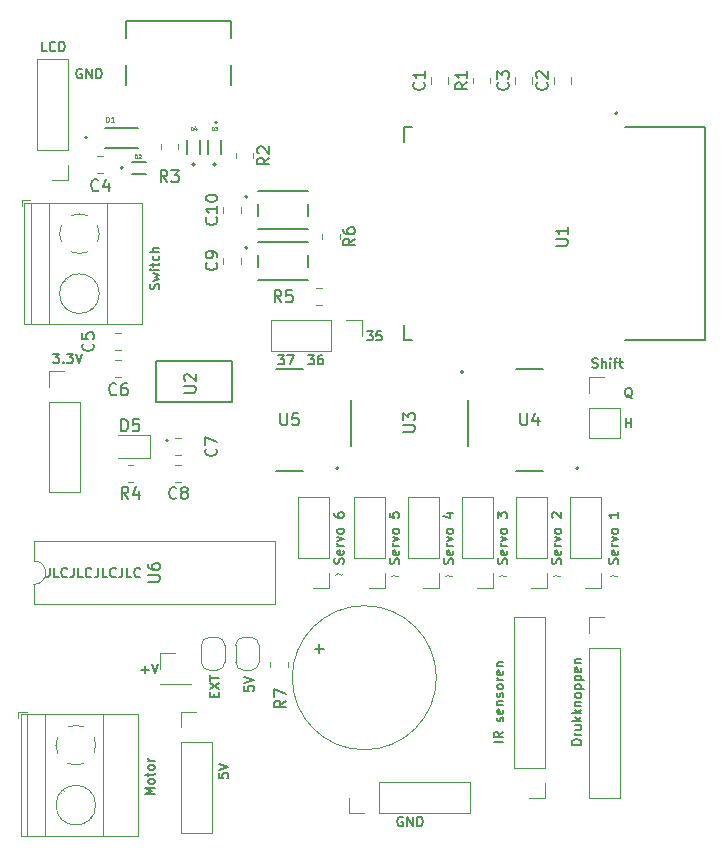
<source format=gbr>
%TF.GenerationSoftware,KiCad,Pcbnew,8.0.0*%
%TF.CreationDate,2024-04-15T20:03:37+02:00*%
%TF.ProjectId,MuntsorteerderESP,4d756e74-736f-4727-9465-657264657245,rev?*%
%TF.SameCoordinates,Original*%
%TF.FileFunction,Legend,Top*%
%TF.FilePolarity,Positive*%
%FSLAX46Y46*%
G04 Gerber Fmt 4.6, Leading zero omitted, Abs format (unit mm)*
G04 Created by KiCad (PCBNEW 8.0.0) date 2024-04-15 20:03:37*
%MOMM*%
%LPD*%
G01*
G04 APERTURE LIST*
%ADD10C,0.160000*%
%ADD11C,0.100000*%
%ADD12C,0.150000*%
%ADD13C,0.080000*%
%ADD14C,0.120200*%
%ADD15C,0.120000*%
%ADD16C,0.127000*%
%ADD17C,0.200000*%
G04 APERTURE END LIST*
D10*
X124476310Y-71991775D02*
X124476310Y-72563203D01*
X124476310Y-72563203D02*
X124438215Y-72677489D01*
X124438215Y-72677489D02*
X124362024Y-72753680D01*
X124362024Y-72753680D02*
X124247739Y-72791775D01*
X124247739Y-72791775D02*
X124171548Y-72791775D01*
X125238215Y-72791775D02*
X124857263Y-72791775D01*
X124857263Y-72791775D02*
X124857263Y-71991775D01*
X125962025Y-72715584D02*
X125923929Y-72753680D01*
X125923929Y-72753680D02*
X125809644Y-72791775D01*
X125809644Y-72791775D02*
X125733453Y-72791775D01*
X125733453Y-72791775D02*
X125619167Y-72753680D01*
X125619167Y-72753680D02*
X125542977Y-72677489D01*
X125542977Y-72677489D02*
X125504882Y-72601299D01*
X125504882Y-72601299D02*
X125466786Y-72448918D01*
X125466786Y-72448918D02*
X125466786Y-72334632D01*
X125466786Y-72334632D02*
X125504882Y-72182251D01*
X125504882Y-72182251D02*
X125542977Y-72106060D01*
X125542977Y-72106060D02*
X125619167Y-72029870D01*
X125619167Y-72029870D02*
X125733453Y-71991775D01*
X125733453Y-71991775D02*
X125809644Y-71991775D01*
X125809644Y-71991775D02*
X125923929Y-72029870D01*
X125923929Y-72029870D02*
X125962025Y-72067965D01*
X126533453Y-71991775D02*
X126533453Y-72563203D01*
X126533453Y-72563203D02*
X126495358Y-72677489D01*
X126495358Y-72677489D02*
X126419167Y-72753680D01*
X126419167Y-72753680D02*
X126304882Y-72791775D01*
X126304882Y-72791775D02*
X126228691Y-72791775D01*
X127295358Y-72791775D02*
X126914406Y-72791775D01*
X126914406Y-72791775D02*
X126914406Y-71991775D01*
X128019168Y-72715584D02*
X127981072Y-72753680D01*
X127981072Y-72753680D02*
X127866787Y-72791775D01*
X127866787Y-72791775D02*
X127790596Y-72791775D01*
X127790596Y-72791775D02*
X127676310Y-72753680D01*
X127676310Y-72753680D02*
X127600120Y-72677489D01*
X127600120Y-72677489D02*
X127562025Y-72601299D01*
X127562025Y-72601299D02*
X127523929Y-72448918D01*
X127523929Y-72448918D02*
X127523929Y-72334632D01*
X127523929Y-72334632D02*
X127562025Y-72182251D01*
X127562025Y-72182251D02*
X127600120Y-72106060D01*
X127600120Y-72106060D02*
X127676310Y-72029870D01*
X127676310Y-72029870D02*
X127790596Y-71991775D01*
X127790596Y-71991775D02*
X127866787Y-71991775D01*
X127866787Y-71991775D02*
X127981072Y-72029870D01*
X127981072Y-72029870D02*
X128019168Y-72067965D01*
X128590596Y-71991775D02*
X128590596Y-72563203D01*
X128590596Y-72563203D02*
X128552501Y-72677489D01*
X128552501Y-72677489D02*
X128476310Y-72753680D01*
X128476310Y-72753680D02*
X128362025Y-72791775D01*
X128362025Y-72791775D02*
X128285834Y-72791775D01*
X129352501Y-72791775D02*
X128971549Y-72791775D01*
X128971549Y-72791775D02*
X128971549Y-71991775D01*
X130076311Y-72715584D02*
X130038215Y-72753680D01*
X130038215Y-72753680D02*
X129923930Y-72791775D01*
X129923930Y-72791775D02*
X129847739Y-72791775D01*
X129847739Y-72791775D02*
X129733453Y-72753680D01*
X129733453Y-72753680D02*
X129657263Y-72677489D01*
X129657263Y-72677489D02*
X129619168Y-72601299D01*
X129619168Y-72601299D02*
X129581072Y-72448918D01*
X129581072Y-72448918D02*
X129581072Y-72334632D01*
X129581072Y-72334632D02*
X129619168Y-72182251D01*
X129619168Y-72182251D02*
X129657263Y-72106060D01*
X129657263Y-72106060D02*
X129733453Y-72029870D01*
X129733453Y-72029870D02*
X129847739Y-71991775D01*
X129847739Y-71991775D02*
X129923930Y-71991775D01*
X129923930Y-71991775D02*
X130038215Y-72029870D01*
X130038215Y-72029870D02*
X130076311Y-72067965D01*
X130647739Y-71991775D02*
X130647739Y-72563203D01*
X130647739Y-72563203D02*
X130609644Y-72677489D01*
X130609644Y-72677489D02*
X130533453Y-72753680D01*
X130533453Y-72753680D02*
X130419168Y-72791775D01*
X130419168Y-72791775D02*
X130342977Y-72791775D01*
X131409644Y-72791775D02*
X131028692Y-72791775D01*
X131028692Y-72791775D02*
X131028692Y-71991775D01*
X132133454Y-72715584D02*
X132095358Y-72753680D01*
X132095358Y-72753680D02*
X131981073Y-72791775D01*
X131981073Y-72791775D02*
X131904882Y-72791775D01*
X131904882Y-72791775D02*
X131790596Y-72753680D01*
X131790596Y-72753680D02*
X131714406Y-72677489D01*
X131714406Y-72677489D02*
X131676311Y-72601299D01*
X131676311Y-72601299D02*
X131638215Y-72448918D01*
X131638215Y-72448918D02*
X131638215Y-72334632D01*
X131638215Y-72334632D02*
X131676311Y-72182251D01*
X131676311Y-72182251D02*
X131714406Y-72106060D01*
X131714406Y-72106060D02*
X131790596Y-72029870D01*
X131790596Y-72029870D02*
X131904882Y-71991775D01*
X131904882Y-71991775D02*
X131981073Y-71991775D01*
X131981073Y-71991775D02*
X132095358Y-72029870D01*
X132095358Y-72029870D02*
X132133454Y-72067965D01*
X138412727Y-82889260D02*
X138412727Y-82622594D01*
X138831775Y-82508308D02*
X138831775Y-82889260D01*
X138831775Y-82889260D02*
X138031775Y-82889260D01*
X138031775Y-82889260D02*
X138031775Y-82508308D01*
X138031775Y-82241641D02*
X138831775Y-81708307D01*
X138031775Y-81708307D02*
X138831775Y-82241641D01*
X138031775Y-81517831D02*
X138031775Y-81060688D01*
X138831775Y-81289260D02*
X138031775Y-81289260D01*
X140958070Y-81984631D02*
X140958070Y-82365583D01*
X140958070Y-82365583D02*
X141339022Y-82403679D01*
X141339022Y-82403679D02*
X141300927Y-82365583D01*
X141300927Y-82365583D02*
X141262832Y-82289393D01*
X141262832Y-82289393D02*
X141262832Y-82098917D01*
X141262832Y-82098917D02*
X141300927Y-82022726D01*
X141300927Y-82022726D02*
X141339022Y-81984631D01*
X141339022Y-81984631D02*
X141415213Y-81946536D01*
X141415213Y-81946536D02*
X141605689Y-81946536D01*
X141605689Y-81946536D02*
X141681879Y-81984631D01*
X141681879Y-81984631D02*
X141719975Y-82022726D01*
X141719975Y-82022726D02*
X141758070Y-82098917D01*
X141758070Y-82098917D02*
X141758070Y-82289393D01*
X141758070Y-82289393D02*
X141719975Y-82365583D01*
X141719975Y-82365583D02*
X141681879Y-82403679D01*
X140958070Y-81717964D02*
X141758070Y-81451297D01*
X141758070Y-81451297D02*
X140958070Y-81184631D01*
X143856548Y-53957775D02*
X144351786Y-53957775D01*
X144351786Y-53957775D02*
X144085120Y-54262537D01*
X144085120Y-54262537D02*
X144199405Y-54262537D01*
X144199405Y-54262537D02*
X144275596Y-54300632D01*
X144275596Y-54300632D02*
X144313691Y-54338727D01*
X144313691Y-54338727D02*
X144351786Y-54414918D01*
X144351786Y-54414918D02*
X144351786Y-54605394D01*
X144351786Y-54605394D02*
X144313691Y-54681584D01*
X144313691Y-54681584D02*
X144275596Y-54719680D01*
X144275596Y-54719680D02*
X144199405Y-54757775D01*
X144199405Y-54757775D02*
X143970834Y-54757775D01*
X143970834Y-54757775D02*
X143894643Y-54719680D01*
X143894643Y-54719680D02*
X143856548Y-54681584D01*
X144618453Y-53957775D02*
X145151787Y-53957775D01*
X145151787Y-53957775D02*
X144808929Y-54757775D01*
X146396548Y-53957775D02*
X146891786Y-53957775D01*
X146891786Y-53957775D02*
X146625120Y-54262537D01*
X146625120Y-54262537D02*
X146739405Y-54262537D01*
X146739405Y-54262537D02*
X146815596Y-54300632D01*
X146815596Y-54300632D02*
X146853691Y-54338727D01*
X146853691Y-54338727D02*
X146891786Y-54414918D01*
X146891786Y-54414918D02*
X146891786Y-54605394D01*
X146891786Y-54605394D02*
X146853691Y-54681584D01*
X146853691Y-54681584D02*
X146815596Y-54719680D01*
X146815596Y-54719680D02*
X146739405Y-54757775D01*
X146739405Y-54757775D02*
X146510834Y-54757775D01*
X146510834Y-54757775D02*
X146434643Y-54719680D01*
X146434643Y-54719680D02*
X146396548Y-54681584D01*
X147577501Y-53957775D02*
X147425120Y-53957775D01*
X147425120Y-53957775D02*
X147348929Y-53995870D01*
X147348929Y-53995870D02*
X147310834Y-54033965D01*
X147310834Y-54033965D02*
X147234644Y-54148251D01*
X147234644Y-54148251D02*
X147196548Y-54300632D01*
X147196548Y-54300632D02*
X147196548Y-54605394D01*
X147196548Y-54605394D02*
X147234644Y-54681584D01*
X147234644Y-54681584D02*
X147272739Y-54719680D01*
X147272739Y-54719680D02*
X147348929Y-54757775D01*
X147348929Y-54757775D02*
X147501310Y-54757775D01*
X147501310Y-54757775D02*
X147577501Y-54719680D01*
X147577501Y-54719680D02*
X147615596Y-54681584D01*
X147615596Y-54681584D02*
X147653691Y-54605394D01*
X147653691Y-54605394D02*
X147653691Y-54414918D01*
X147653691Y-54414918D02*
X147615596Y-54338727D01*
X147615596Y-54338727D02*
X147577501Y-54300632D01*
X147577501Y-54300632D02*
X147501310Y-54262537D01*
X147501310Y-54262537D02*
X147348929Y-54262537D01*
X147348929Y-54262537D02*
X147272739Y-54300632D01*
X147272739Y-54300632D02*
X147234644Y-54338727D01*
X147234644Y-54338727D02*
X147196548Y-54414918D01*
X151349548Y-51925775D02*
X151844786Y-51925775D01*
X151844786Y-51925775D02*
X151578120Y-52230537D01*
X151578120Y-52230537D02*
X151692405Y-52230537D01*
X151692405Y-52230537D02*
X151768596Y-52268632D01*
X151768596Y-52268632D02*
X151806691Y-52306727D01*
X151806691Y-52306727D02*
X151844786Y-52382918D01*
X151844786Y-52382918D02*
X151844786Y-52573394D01*
X151844786Y-52573394D02*
X151806691Y-52649584D01*
X151806691Y-52649584D02*
X151768596Y-52687680D01*
X151768596Y-52687680D02*
X151692405Y-52725775D01*
X151692405Y-52725775D02*
X151463834Y-52725775D01*
X151463834Y-52725775D02*
X151387643Y-52687680D01*
X151387643Y-52687680D02*
X151349548Y-52649584D01*
X152568596Y-51925775D02*
X152187644Y-51925775D01*
X152187644Y-51925775D02*
X152149548Y-52306727D01*
X152149548Y-52306727D02*
X152187644Y-52268632D01*
X152187644Y-52268632D02*
X152263834Y-52230537D01*
X152263834Y-52230537D02*
X152454310Y-52230537D01*
X152454310Y-52230537D02*
X152530501Y-52268632D01*
X152530501Y-52268632D02*
X152568596Y-52306727D01*
X152568596Y-52306727D02*
X152606691Y-52382918D01*
X152606691Y-52382918D02*
X152606691Y-52573394D01*
X152606691Y-52573394D02*
X152568596Y-52649584D01*
X152568596Y-52649584D02*
X152530501Y-52687680D01*
X152530501Y-52687680D02*
X152454310Y-52725775D01*
X152454310Y-52725775D02*
X152263834Y-52725775D01*
X152263834Y-52725775D02*
X152187644Y-52687680D01*
X152187644Y-52687680D02*
X152149548Y-52649584D01*
X173269739Y-60091775D02*
X173269739Y-59291775D01*
X173269739Y-59672727D02*
X173726882Y-59672727D01*
X173726882Y-60091775D02*
X173726882Y-59291775D01*
X173803072Y-57627965D02*
X173726882Y-57589870D01*
X173726882Y-57589870D02*
X173650691Y-57513680D01*
X173650691Y-57513680D02*
X173536405Y-57399394D01*
X173536405Y-57399394D02*
X173460215Y-57361299D01*
X173460215Y-57361299D02*
X173384024Y-57361299D01*
X173422120Y-57551775D02*
X173345929Y-57513680D01*
X173345929Y-57513680D02*
X173269739Y-57437489D01*
X173269739Y-57437489D02*
X173231643Y-57285108D01*
X173231643Y-57285108D02*
X173231643Y-57018441D01*
X173231643Y-57018441D02*
X173269739Y-56866060D01*
X173269739Y-56866060D02*
X173345929Y-56789870D01*
X173345929Y-56789870D02*
X173422120Y-56751775D01*
X173422120Y-56751775D02*
X173574501Y-56751775D01*
X173574501Y-56751775D02*
X173650691Y-56789870D01*
X173650691Y-56789870D02*
X173726882Y-56866060D01*
X173726882Y-56866060D02*
X173764977Y-57018441D01*
X173764977Y-57018441D02*
X173764977Y-57285108D01*
X173764977Y-57285108D02*
X173726882Y-57437489D01*
X173726882Y-57437489D02*
X173650691Y-57513680D01*
X173650691Y-57513680D02*
X173574501Y-57551775D01*
X173574501Y-57551775D02*
X173422120Y-57551775D01*
X132248739Y-80599068D02*
X132858263Y-80599068D01*
X132553501Y-80903830D02*
X132553501Y-80294306D01*
X133124929Y-80103830D02*
X133391596Y-80903830D01*
X133391596Y-80903830D02*
X133658262Y-80103830D01*
X167749680Y-71624356D02*
X167787775Y-71510070D01*
X167787775Y-71510070D02*
X167787775Y-71319594D01*
X167787775Y-71319594D02*
X167749680Y-71243403D01*
X167749680Y-71243403D02*
X167711584Y-71205308D01*
X167711584Y-71205308D02*
X167635394Y-71167213D01*
X167635394Y-71167213D02*
X167559203Y-71167213D01*
X167559203Y-71167213D02*
X167483013Y-71205308D01*
X167483013Y-71205308D02*
X167444918Y-71243403D01*
X167444918Y-71243403D02*
X167406822Y-71319594D01*
X167406822Y-71319594D02*
X167368727Y-71471975D01*
X167368727Y-71471975D02*
X167330632Y-71548165D01*
X167330632Y-71548165D02*
X167292537Y-71586260D01*
X167292537Y-71586260D02*
X167216346Y-71624356D01*
X167216346Y-71624356D02*
X167140156Y-71624356D01*
X167140156Y-71624356D02*
X167063965Y-71586260D01*
X167063965Y-71586260D02*
X167025870Y-71548165D01*
X167025870Y-71548165D02*
X166987775Y-71471975D01*
X166987775Y-71471975D02*
X166987775Y-71281498D01*
X166987775Y-71281498D02*
X167025870Y-71167213D01*
X167749680Y-70519593D02*
X167787775Y-70595784D01*
X167787775Y-70595784D02*
X167787775Y-70748165D01*
X167787775Y-70748165D02*
X167749680Y-70824355D01*
X167749680Y-70824355D02*
X167673489Y-70862451D01*
X167673489Y-70862451D02*
X167368727Y-70862451D01*
X167368727Y-70862451D02*
X167292537Y-70824355D01*
X167292537Y-70824355D02*
X167254441Y-70748165D01*
X167254441Y-70748165D02*
X167254441Y-70595784D01*
X167254441Y-70595784D02*
X167292537Y-70519593D01*
X167292537Y-70519593D02*
X167368727Y-70481498D01*
X167368727Y-70481498D02*
X167444918Y-70481498D01*
X167444918Y-70481498D02*
X167521108Y-70862451D01*
X167787775Y-70138641D02*
X167254441Y-70138641D01*
X167406822Y-70138641D02*
X167330632Y-70100546D01*
X167330632Y-70100546D02*
X167292537Y-70062451D01*
X167292537Y-70062451D02*
X167254441Y-69986260D01*
X167254441Y-69986260D02*
X167254441Y-69910070D01*
X167254441Y-69719594D02*
X167787775Y-69529118D01*
X167787775Y-69529118D02*
X167254441Y-69338641D01*
X167787775Y-68919594D02*
X167749680Y-68995784D01*
X167749680Y-68995784D02*
X167711584Y-69033879D01*
X167711584Y-69033879D02*
X167635394Y-69071975D01*
X167635394Y-69071975D02*
X167406822Y-69071975D01*
X167406822Y-69071975D02*
X167330632Y-69033879D01*
X167330632Y-69033879D02*
X167292537Y-68995784D01*
X167292537Y-68995784D02*
X167254441Y-68919594D01*
X167254441Y-68919594D02*
X167254441Y-68805308D01*
X167254441Y-68805308D02*
X167292537Y-68729117D01*
X167292537Y-68729117D02*
X167330632Y-68691022D01*
X167330632Y-68691022D02*
X167406822Y-68652927D01*
X167406822Y-68652927D02*
X167635394Y-68652927D01*
X167635394Y-68652927D02*
X167711584Y-68691022D01*
X167711584Y-68691022D02*
X167749680Y-68729117D01*
X167749680Y-68729117D02*
X167787775Y-68805308D01*
X167787775Y-68805308D02*
X167787775Y-68919594D01*
X167063965Y-67738641D02*
X167025870Y-67700545D01*
X167025870Y-67700545D02*
X166987775Y-67624355D01*
X166987775Y-67624355D02*
X166987775Y-67433879D01*
X166987775Y-67433879D02*
X167025870Y-67357688D01*
X167025870Y-67357688D02*
X167063965Y-67319593D01*
X167063965Y-67319593D02*
X167140156Y-67281498D01*
X167140156Y-67281498D02*
X167216346Y-67281498D01*
X167216346Y-67281498D02*
X167330632Y-67319593D01*
X167330632Y-67319593D02*
X167787775Y-67776736D01*
X167787775Y-67776736D02*
X167787775Y-67281498D01*
D11*
X157933122Y-72696133D02*
X157999789Y-72629466D01*
X157999789Y-72629466D02*
X158133122Y-72562800D01*
X158133122Y-72562800D02*
X158399789Y-72696133D01*
X158399789Y-72696133D02*
X158533122Y-72629466D01*
X158533122Y-72629466D02*
X158599789Y-72562800D01*
X171903122Y-72696133D02*
X171969789Y-72629466D01*
X171969789Y-72629466D02*
X172103122Y-72562800D01*
X172103122Y-72562800D02*
X172369789Y-72696133D01*
X172369789Y-72696133D02*
X172503122Y-72629466D01*
X172503122Y-72629466D02*
X172569789Y-72562800D01*
D10*
X149334680Y-71624356D02*
X149372775Y-71510070D01*
X149372775Y-71510070D02*
X149372775Y-71319594D01*
X149372775Y-71319594D02*
X149334680Y-71243403D01*
X149334680Y-71243403D02*
X149296584Y-71205308D01*
X149296584Y-71205308D02*
X149220394Y-71167213D01*
X149220394Y-71167213D02*
X149144203Y-71167213D01*
X149144203Y-71167213D02*
X149068013Y-71205308D01*
X149068013Y-71205308D02*
X149029918Y-71243403D01*
X149029918Y-71243403D02*
X148991822Y-71319594D01*
X148991822Y-71319594D02*
X148953727Y-71471975D01*
X148953727Y-71471975D02*
X148915632Y-71548165D01*
X148915632Y-71548165D02*
X148877537Y-71586260D01*
X148877537Y-71586260D02*
X148801346Y-71624356D01*
X148801346Y-71624356D02*
X148725156Y-71624356D01*
X148725156Y-71624356D02*
X148648965Y-71586260D01*
X148648965Y-71586260D02*
X148610870Y-71548165D01*
X148610870Y-71548165D02*
X148572775Y-71471975D01*
X148572775Y-71471975D02*
X148572775Y-71281498D01*
X148572775Y-71281498D02*
X148610870Y-71167213D01*
X149334680Y-70519593D02*
X149372775Y-70595784D01*
X149372775Y-70595784D02*
X149372775Y-70748165D01*
X149372775Y-70748165D02*
X149334680Y-70824355D01*
X149334680Y-70824355D02*
X149258489Y-70862451D01*
X149258489Y-70862451D02*
X148953727Y-70862451D01*
X148953727Y-70862451D02*
X148877537Y-70824355D01*
X148877537Y-70824355D02*
X148839441Y-70748165D01*
X148839441Y-70748165D02*
X148839441Y-70595784D01*
X148839441Y-70595784D02*
X148877537Y-70519593D01*
X148877537Y-70519593D02*
X148953727Y-70481498D01*
X148953727Y-70481498D02*
X149029918Y-70481498D01*
X149029918Y-70481498D02*
X149106108Y-70862451D01*
X149372775Y-70138641D02*
X148839441Y-70138641D01*
X148991822Y-70138641D02*
X148915632Y-70100546D01*
X148915632Y-70100546D02*
X148877537Y-70062451D01*
X148877537Y-70062451D02*
X148839441Y-69986260D01*
X148839441Y-69986260D02*
X148839441Y-69910070D01*
X148839441Y-69719594D02*
X149372775Y-69529118D01*
X149372775Y-69529118D02*
X148839441Y-69338641D01*
X149372775Y-68919594D02*
X149334680Y-68995784D01*
X149334680Y-68995784D02*
X149296584Y-69033879D01*
X149296584Y-69033879D02*
X149220394Y-69071975D01*
X149220394Y-69071975D02*
X148991822Y-69071975D01*
X148991822Y-69071975D02*
X148915632Y-69033879D01*
X148915632Y-69033879D02*
X148877537Y-68995784D01*
X148877537Y-68995784D02*
X148839441Y-68919594D01*
X148839441Y-68919594D02*
X148839441Y-68805308D01*
X148839441Y-68805308D02*
X148877537Y-68729117D01*
X148877537Y-68729117D02*
X148915632Y-68691022D01*
X148915632Y-68691022D02*
X148991822Y-68652927D01*
X148991822Y-68652927D02*
X149220394Y-68652927D01*
X149220394Y-68652927D02*
X149296584Y-68691022D01*
X149296584Y-68691022D02*
X149334680Y-68729117D01*
X149334680Y-68729117D02*
X149372775Y-68805308D01*
X149372775Y-68805308D02*
X149372775Y-68919594D01*
X148572775Y-67357688D02*
X148572775Y-67510069D01*
X148572775Y-67510069D02*
X148610870Y-67586260D01*
X148610870Y-67586260D02*
X148648965Y-67624355D01*
X148648965Y-67624355D02*
X148763251Y-67700545D01*
X148763251Y-67700545D02*
X148915632Y-67738641D01*
X148915632Y-67738641D02*
X149220394Y-67738641D01*
X149220394Y-67738641D02*
X149296584Y-67700545D01*
X149296584Y-67700545D02*
X149334680Y-67662450D01*
X149334680Y-67662450D02*
X149372775Y-67586260D01*
X149372775Y-67586260D02*
X149372775Y-67433879D01*
X149372775Y-67433879D02*
X149334680Y-67357688D01*
X149334680Y-67357688D02*
X149296584Y-67319593D01*
X149296584Y-67319593D02*
X149220394Y-67281498D01*
X149220394Y-67281498D02*
X149029918Y-67281498D01*
X149029918Y-67281498D02*
X148953727Y-67319593D01*
X148953727Y-67319593D02*
X148915632Y-67357688D01*
X148915632Y-67357688D02*
X148877537Y-67433879D01*
X148877537Y-67433879D02*
X148877537Y-67586260D01*
X148877537Y-67586260D02*
X148915632Y-67662450D01*
X148915632Y-67662450D02*
X148953727Y-67700545D01*
X148953727Y-67700545D02*
X149029918Y-67738641D01*
D11*
X153361122Y-72696133D02*
X153427789Y-72629466D01*
X153427789Y-72629466D02*
X153561122Y-72562800D01*
X153561122Y-72562800D02*
X153827789Y-72696133D01*
X153827789Y-72696133D02*
X153961122Y-72629466D01*
X153961122Y-72629466D02*
X154027789Y-72562800D01*
D10*
X158605680Y-71624356D02*
X158643775Y-71510070D01*
X158643775Y-71510070D02*
X158643775Y-71319594D01*
X158643775Y-71319594D02*
X158605680Y-71243403D01*
X158605680Y-71243403D02*
X158567584Y-71205308D01*
X158567584Y-71205308D02*
X158491394Y-71167213D01*
X158491394Y-71167213D02*
X158415203Y-71167213D01*
X158415203Y-71167213D02*
X158339013Y-71205308D01*
X158339013Y-71205308D02*
X158300918Y-71243403D01*
X158300918Y-71243403D02*
X158262822Y-71319594D01*
X158262822Y-71319594D02*
X158224727Y-71471975D01*
X158224727Y-71471975D02*
X158186632Y-71548165D01*
X158186632Y-71548165D02*
X158148537Y-71586260D01*
X158148537Y-71586260D02*
X158072346Y-71624356D01*
X158072346Y-71624356D02*
X157996156Y-71624356D01*
X157996156Y-71624356D02*
X157919965Y-71586260D01*
X157919965Y-71586260D02*
X157881870Y-71548165D01*
X157881870Y-71548165D02*
X157843775Y-71471975D01*
X157843775Y-71471975D02*
X157843775Y-71281498D01*
X157843775Y-71281498D02*
X157881870Y-71167213D01*
X158605680Y-70519593D02*
X158643775Y-70595784D01*
X158643775Y-70595784D02*
X158643775Y-70748165D01*
X158643775Y-70748165D02*
X158605680Y-70824355D01*
X158605680Y-70824355D02*
X158529489Y-70862451D01*
X158529489Y-70862451D02*
X158224727Y-70862451D01*
X158224727Y-70862451D02*
X158148537Y-70824355D01*
X158148537Y-70824355D02*
X158110441Y-70748165D01*
X158110441Y-70748165D02*
X158110441Y-70595784D01*
X158110441Y-70595784D02*
X158148537Y-70519593D01*
X158148537Y-70519593D02*
X158224727Y-70481498D01*
X158224727Y-70481498D02*
X158300918Y-70481498D01*
X158300918Y-70481498D02*
X158377108Y-70862451D01*
X158643775Y-70138641D02*
X158110441Y-70138641D01*
X158262822Y-70138641D02*
X158186632Y-70100546D01*
X158186632Y-70100546D02*
X158148537Y-70062451D01*
X158148537Y-70062451D02*
X158110441Y-69986260D01*
X158110441Y-69986260D02*
X158110441Y-69910070D01*
X158110441Y-69719594D02*
X158643775Y-69529118D01*
X158643775Y-69529118D02*
X158110441Y-69338641D01*
X158643775Y-68919594D02*
X158605680Y-68995784D01*
X158605680Y-68995784D02*
X158567584Y-69033879D01*
X158567584Y-69033879D02*
X158491394Y-69071975D01*
X158491394Y-69071975D02*
X158262822Y-69071975D01*
X158262822Y-69071975D02*
X158186632Y-69033879D01*
X158186632Y-69033879D02*
X158148537Y-68995784D01*
X158148537Y-68995784D02*
X158110441Y-68919594D01*
X158110441Y-68919594D02*
X158110441Y-68805308D01*
X158110441Y-68805308D02*
X158148537Y-68729117D01*
X158148537Y-68729117D02*
X158186632Y-68691022D01*
X158186632Y-68691022D02*
X158262822Y-68652927D01*
X158262822Y-68652927D02*
X158491394Y-68652927D01*
X158491394Y-68652927D02*
X158567584Y-68691022D01*
X158567584Y-68691022D02*
X158605680Y-68729117D01*
X158605680Y-68729117D02*
X158643775Y-68805308D01*
X158643775Y-68805308D02*
X158643775Y-68919594D01*
X158110441Y-67357688D02*
X158643775Y-67357688D01*
X157805680Y-67548164D02*
X158377108Y-67738641D01*
X158377108Y-67738641D02*
X158377108Y-67243402D01*
X154033680Y-71624356D02*
X154071775Y-71510070D01*
X154071775Y-71510070D02*
X154071775Y-71319594D01*
X154071775Y-71319594D02*
X154033680Y-71243403D01*
X154033680Y-71243403D02*
X153995584Y-71205308D01*
X153995584Y-71205308D02*
X153919394Y-71167213D01*
X153919394Y-71167213D02*
X153843203Y-71167213D01*
X153843203Y-71167213D02*
X153767013Y-71205308D01*
X153767013Y-71205308D02*
X153728918Y-71243403D01*
X153728918Y-71243403D02*
X153690822Y-71319594D01*
X153690822Y-71319594D02*
X153652727Y-71471975D01*
X153652727Y-71471975D02*
X153614632Y-71548165D01*
X153614632Y-71548165D02*
X153576537Y-71586260D01*
X153576537Y-71586260D02*
X153500346Y-71624356D01*
X153500346Y-71624356D02*
X153424156Y-71624356D01*
X153424156Y-71624356D02*
X153347965Y-71586260D01*
X153347965Y-71586260D02*
X153309870Y-71548165D01*
X153309870Y-71548165D02*
X153271775Y-71471975D01*
X153271775Y-71471975D02*
X153271775Y-71281498D01*
X153271775Y-71281498D02*
X153309870Y-71167213D01*
X154033680Y-70519593D02*
X154071775Y-70595784D01*
X154071775Y-70595784D02*
X154071775Y-70748165D01*
X154071775Y-70748165D02*
X154033680Y-70824355D01*
X154033680Y-70824355D02*
X153957489Y-70862451D01*
X153957489Y-70862451D02*
X153652727Y-70862451D01*
X153652727Y-70862451D02*
X153576537Y-70824355D01*
X153576537Y-70824355D02*
X153538441Y-70748165D01*
X153538441Y-70748165D02*
X153538441Y-70595784D01*
X153538441Y-70595784D02*
X153576537Y-70519593D01*
X153576537Y-70519593D02*
X153652727Y-70481498D01*
X153652727Y-70481498D02*
X153728918Y-70481498D01*
X153728918Y-70481498D02*
X153805108Y-70862451D01*
X154071775Y-70138641D02*
X153538441Y-70138641D01*
X153690822Y-70138641D02*
X153614632Y-70100546D01*
X153614632Y-70100546D02*
X153576537Y-70062451D01*
X153576537Y-70062451D02*
X153538441Y-69986260D01*
X153538441Y-69986260D02*
X153538441Y-69910070D01*
X153538441Y-69719594D02*
X154071775Y-69529118D01*
X154071775Y-69529118D02*
X153538441Y-69338641D01*
X154071775Y-68919594D02*
X154033680Y-68995784D01*
X154033680Y-68995784D02*
X153995584Y-69033879D01*
X153995584Y-69033879D02*
X153919394Y-69071975D01*
X153919394Y-69071975D02*
X153690822Y-69071975D01*
X153690822Y-69071975D02*
X153614632Y-69033879D01*
X153614632Y-69033879D02*
X153576537Y-68995784D01*
X153576537Y-68995784D02*
X153538441Y-68919594D01*
X153538441Y-68919594D02*
X153538441Y-68805308D01*
X153538441Y-68805308D02*
X153576537Y-68729117D01*
X153576537Y-68729117D02*
X153614632Y-68691022D01*
X153614632Y-68691022D02*
X153690822Y-68652927D01*
X153690822Y-68652927D02*
X153919394Y-68652927D01*
X153919394Y-68652927D02*
X153995584Y-68691022D01*
X153995584Y-68691022D02*
X154033680Y-68729117D01*
X154033680Y-68729117D02*
X154071775Y-68805308D01*
X154071775Y-68805308D02*
X154071775Y-68919594D01*
X153271775Y-67319593D02*
X153271775Y-67700545D01*
X153271775Y-67700545D02*
X153652727Y-67738641D01*
X153652727Y-67738641D02*
X153614632Y-67700545D01*
X153614632Y-67700545D02*
X153576537Y-67624355D01*
X153576537Y-67624355D02*
X153576537Y-67433879D01*
X153576537Y-67433879D02*
X153614632Y-67357688D01*
X153614632Y-67357688D02*
X153652727Y-67319593D01*
X153652727Y-67319593D02*
X153728918Y-67281498D01*
X153728918Y-67281498D02*
X153919394Y-67281498D01*
X153919394Y-67281498D02*
X153995584Y-67319593D01*
X153995584Y-67319593D02*
X154033680Y-67357688D01*
X154033680Y-67357688D02*
X154071775Y-67433879D01*
X154071775Y-67433879D02*
X154071775Y-67624355D01*
X154071775Y-67624355D02*
X154033680Y-67700545D01*
X154033680Y-67700545D02*
X153995584Y-67738641D01*
D11*
X167077122Y-72696133D02*
X167143789Y-72629466D01*
X167143789Y-72629466D02*
X167277122Y-72562800D01*
X167277122Y-72562800D02*
X167543789Y-72696133D01*
X167543789Y-72696133D02*
X167677122Y-72629466D01*
X167677122Y-72629466D02*
X167743789Y-72562800D01*
D10*
X127206786Y-29738870D02*
X127130596Y-29700775D01*
X127130596Y-29700775D02*
X127016310Y-29700775D01*
X127016310Y-29700775D02*
X126902024Y-29738870D01*
X126902024Y-29738870D02*
X126825834Y-29815060D01*
X126825834Y-29815060D02*
X126787739Y-29891251D01*
X126787739Y-29891251D02*
X126749643Y-30043632D01*
X126749643Y-30043632D02*
X126749643Y-30157918D01*
X126749643Y-30157918D02*
X126787739Y-30310299D01*
X126787739Y-30310299D02*
X126825834Y-30386489D01*
X126825834Y-30386489D02*
X126902024Y-30462680D01*
X126902024Y-30462680D02*
X127016310Y-30500775D01*
X127016310Y-30500775D02*
X127092501Y-30500775D01*
X127092501Y-30500775D02*
X127206786Y-30462680D01*
X127206786Y-30462680D02*
X127244882Y-30424584D01*
X127244882Y-30424584D02*
X127244882Y-30157918D01*
X127244882Y-30157918D02*
X127092501Y-30157918D01*
X127587739Y-30500775D02*
X127587739Y-29700775D01*
X127587739Y-29700775D02*
X128044882Y-30500775D01*
X128044882Y-30500775D02*
X128044882Y-29700775D01*
X128425834Y-30500775D02*
X128425834Y-29700775D01*
X128425834Y-29700775D02*
X128616310Y-29700775D01*
X128616310Y-29700775D02*
X128730596Y-29738870D01*
X128730596Y-29738870D02*
X128806786Y-29815060D01*
X128806786Y-29815060D02*
X128844881Y-29891251D01*
X128844881Y-29891251D02*
X128882977Y-30043632D01*
X128882977Y-30043632D02*
X128882977Y-30157918D01*
X128882977Y-30157918D02*
X128844881Y-30310299D01*
X128844881Y-30310299D02*
X128806786Y-30386489D01*
X128806786Y-30386489D02*
X128730596Y-30462680D01*
X128730596Y-30462680D02*
X128616310Y-30500775D01*
X128616310Y-30500775D02*
X128425834Y-30500775D01*
D11*
X148662122Y-72569133D02*
X148728789Y-72502466D01*
X148728789Y-72502466D02*
X148862122Y-72435800D01*
X148862122Y-72435800D02*
X149128789Y-72569133D01*
X149128789Y-72569133D02*
X149262122Y-72502466D01*
X149262122Y-72502466D02*
X149328789Y-72435800D01*
D10*
X133713680Y-48383356D02*
X133751775Y-48269070D01*
X133751775Y-48269070D02*
X133751775Y-48078594D01*
X133751775Y-48078594D02*
X133713680Y-48002403D01*
X133713680Y-48002403D02*
X133675584Y-47964308D01*
X133675584Y-47964308D02*
X133599394Y-47926213D01*
X133599394Y-47926213D02*
X133523203Y-47926213D01*
X133523203Y-47926213D02*
X133447013Y-47964308D01*
X133447013Y-47964308D02*
X133408918Y-48002403D01*
X133408918Y-48002403D02*
X133370822Y-48078594D01*
X133370822Y-48078594D02*
X133332727Y-48230975D01*
X133332727Y-48230975D02*
X133294632Y-48307165D01*
X133294632Y-48307165D02*
X133256537Y-48345260D01*
X133256537Y-48345260D02*
X133180346Y-48383356D01*
X133180346Y-48383356D02*
X133104156Y-48383356D01*
X133104156Y-48383356D02*
X133027965Y-48345260D01*
X133027965Y-48345260D02*
X132989870Y-48307165D01*
X132989870Y-48307165D02*
X132951775Y-48230975D01*
X132951775Y-48230975D02*
X132951775Y-48040498D01*
X132951775Y-48040498D02*
X132989870Y-47926213D01*
X133218441Y-47659546D02*
X133751775Y-47507165D01*
X133751775Y-47507165D02*
X133370822Y-47354784D01*
X133370822Y-47354784D02*
X133751775Y-47202403D01*
X133751775Y-47202403D02*
X133218441Y-47050022D01*
X133751775Y-46745260D02*
X133218441Y-46745260D01*
X132951775Y-46745260D02*
X132989870Y-46783356D01*
X132989870Y-46783356D02*
X133027965Y-46745260D01*
X133027965Y-46745260D02*
X132989870Y-46707165D01*
X132989870Y-46707165D02*
X132951775Y-46745260D01*
X132951775Y-46745260D02*
X133027965Y-46745260D01*
X133218441Y-46478594D02*
X133218441Y-46173832D01*
X132951775Y-46364308D02*
X133637489Y-46364308D01*
X133637489Y-46364308D02*
X133713680Y-46326213D01*
X133713680Y-46326213D02*
X133751775Y-46250023D01*
X133751775Y-46250023D02*
X133751775Y-46173832D01*
X133713680Y-45564308D02*
X133751775Y-45640499D01*
X133751775Y-45640499D02*
X133751775Y-45792880D01*
X133751775Y-45792880D02*
X133713680Y-45869070D01*
X133713680Y-45869070D02*
X133675584Y-45907165D01*
X133675584Y-45907165D02*
X133599394Y-45945261D01*
X133599394Y-45945261D02*
X133370822Y-45945261D01*
X133370822Y-45945261D02*
X133294632Y-45907165D01*
X133294632Y-45907165D02*
X133256537Y-45869070D01*
X133256537Y-45869070D02*
X133218441Y-45792880D01*
X133218441Y-45792880D02*
X133218441Y-45640499D01*
X133218441Y-45640499D02*
X133256537Y-45564308D01*
X133751775Y-45221451D02*
X132951775Y-45221451D01*
X133751775Y-44878594D02*
X133332727Y-44878594D01*
X133332727Y-44878594D02*
X133256537Y-44916689D01*
X133256537Y-44916689D02*
X133218441Y-44992880D01*
X133218441Y-44992880D02*
X133218441Y-45107166D01*
X133218441Y-45107166D02*
X133256537Y-45183356D01*
X133256537Y-45183356D02*
X133294632Y-45221451D01*
X172575680Y-71624356D02*
X172613775Y-71510070D01*
X172613775Y-71510070D02*
X172613775Y-71319594D01*
X172613775Y-71319594D02*
X172575680Y-71243403D01*
X172575680Y-71243403D02*
X172537584Y-71205308D01*
X172537584Y-71205308D02*
X172461394Y-71167213D01*
X172461394Y-71167213D02*
X172385203Y-71167213D01*
X172385203Y-71167213D02*
X172309013Y-71205308D01*
X172309013Y-71205308D02*
X172270918Y-71243403D01*
X172270918Y-71243403D02*
X172232822Y-71319594D01*
X172232822Y-71319594D02*
X172194727Y-71471975D01*
X172194727Y-71471975D02*
X172156632Y-71548165D01*
X172156632Y-71548165D02*
X172118537Y-71586260D01*
X172118537Y-71586260D02*
X172042346Y-71624356D01*
X172042346Y-71624356D02*
X171966156Y-71624356D01*
X171966156Y-71624356D02*
X171889965Y-71586260D01*
X171889965Y-71586260D02*
X171851870Y-71548165D01*
X171851870Y-71548165D02*
X171813775Y-71471975D01*
X171813775Y-71471975D02*
X171813775Y-71281498D01*
X171813775Y-71281498D02*
X171851870Y-71167213D01*
X172575680Y-70519593D02*
X172613775Y-70595784D01*
X172613775Y-70595784D02*
X172613775Y-70748165D01*
X172613775Y-70748165D02*
X172575680Y-70824355D01*
X172575680Y-70824355D02*
X172499489Y-70862451D01*
X172499489Y-70862451D02*
X172194727Y-70862451D01*
X172194727Y-70862451D02*
X172118537Y-70824355D01*
X172118537Y-70824355D02*
X172080441Y-70748165D01*
X172080441Y-70748165D02*
X172080441Y-70595784D01*
X172080441Y-70595784D02*
X172118537Y-70519593D01*
X172118537Y-70519593D02*
X172194727Y-70481498D01*
X172194727Y-70481498D02*
X172270918Y-70481498D01*
X172270918Y-70481498D02*
X172347108Y-70862451D01*
X172613775Y-70138641D02*
X172080441Y-70138641D01*
X172232822Y-70138641D02*
X172156632Y-70100546D01*
X172156632Y-70100546D02*
X172118537Y-70062451D01*
X172118537Y-70062451D02*
X172080441Y-69986260D01*
X172080441Y-69986260D02*
X172080441Y-69910070D01*
X172080441Y-69719594D02*
X172613775Y-69529118D01*
X172613775Y-69529118D02*
X172080441Y-69338641D01*
X172613775Y-68919594D02*
X172575680Y-68995784D01*
X172575680Y-68995784D02*
X172537584Y-69033879D01*
X172537584Y-69033879D02*
X172461394Y-69071975D01*
X172461394Y-69071975D02*
X172232822Y-69071975D01*
X172232822Y-69071975D02*
X172156632Y-69033879D01*
X172156632Y-69033879D02*
X172118537Y-68995784D01*
X172118537Y-68995784D02*
X172080441Y-68919594D01*
X172080441Y-68919594D02*
X172080441Y-68805308D01*
X172080441Y-68805308D02*
X172118537Y-68729117D01*
X172118537Y-68729117D02*
X172156632Y-68691022D01*
X172156632Y-68691022D02*
X172232822Y-68652927D01*
X172232822Y-68652927D02*
X172461394Y-68652927D01*
X172461394Y-68652927D02*
X172537584Y-68691022D01*
X172537584Y-68691022D02*
X172575680Y-68729117D01*
X172575680Y-68729117D02*
X172613775Y-68805308D01*
X172613775Y-68805308D02*
X172613775Y-68919594D01*
X172613775Y-67281498D02*
X172613775Y-67738641D01*
X172613775Y-67510069D02*
X171813775Y-67510069D01*
X171813775Y-67510069D02*
X171928060Y-67586260D01*
X171928060Y-67586260D02*
X172004251Y-67662450D01*
X172004251Y-67662450D02*
X172042346Y-67738641D01*
X138793775Y-89366308D02*
X138793775Y-89747260D01*
X138793775Y-89747260D02*
X139174727Y-89785356D01*
X139174727Y-89785356D02*
X139136632Y-89747260D01*
X139136632Y-89747260D02*
X139098537Y-89671070D01*
X139098537Y-89671070D02*
X139098537Y-89480594D01*
X139098537Y-89480594D02*
X139136632Y-89404403D01*
X139136632Y-89404403D02*
X139174727Y-89366308D01*
X139174727Y-89366308D02*
X139250918Y-89328213D01*
X139250918Y-89328213D02*
X139441394Y-89328213D01*
X139441394Y-89328213D02*
X139517584Y-89366308D01*
X139517584Y-89366308D02*
X139555680Y-89404403D01*
X139555680Y-89404403D02*
X139593775Y-89480594D01*
X139593775Y-89480594D02*
X139593775Y-89671070D01*
X139593775Y-89671070D02*
X139555680Y-89747260D01*
X139555680Y-89747260D02*
X139517584Y-89785356D01*
X138793775Y-89099641D02*
X139593775Y-88832974D01*
X139593775Y-88832974D02*
X138793775Y-88566308D01*
X162896880Y-86714965D02*
X162096880Y-86714965D01*
X162896880Y-85876870D02*
X162515927Y-86143537D01*
X162896880Y-86334013D02*
X162096880Y-86334013D01*
X162096880Y-86334013D02*
X162096880Y-86029251D01*
X162096880Y-86029251D02*
X162134975Y-85953061D01*
X162134975Y-85953061D02*
X162173070Y-85914966D01*
X162173070Y-85914966D02*
X162249261Y-85876870D01*
X162249261Y-85876870D02*
X162363546Y-85876870D01*
X162363546Y-85876870D02*
X162439737Y-85914966D01*
X162439737Y-85914966D02*
X162477832Y-85953061D01*
X162477832Y-85953061D02*
X162515927Y-86029251D01*
X162515927Y-86029251D02*
X162515927Y-86334013D01*
X162858785Y-84962585D02*
X162896880Y-84886394D01*
X162896880Y-84886394D02*
X162896880Y-84734013D01*
X162896880Y-84734013D02*
X162858785Y-84657823D01*
X162858785Y-84657823D02*
X162782594Y-84619727D01*
X162782594Y-84619727D02*
X162744499Y-84619727D01*
X162744499Y-84619727D02*
X162668308Y-84657823D01*
X162668308Y-84657823D02*
X162630213Y-84734013D01*
X162630213Y-84734013D02*
X162630213Y-84848299D01*
X162630213Y-84848299D02*
X162592118Y-84924489D01*
X162592118Y-84924489D02*
X162515927Y-84962585D01*
X162515927Y-84962585D02*
X162477832Y-84962585D01*
X162477832Y-84962585D02*
X162401642Y-84924489D01*
X162401642Y-84924489D02*
X162363546Y-84848299D01*
X162363546Y-84848299D02*
X162363546Y-84734013D01*
X162363546Y-84734013D02*
X162401642Y-84657823D01*
X162858785Y-83972108D02*
X162896880Y-84048299D01*
X162896880Y-84048299D02*
X162896880Y-84200680D01*
X162896880Y-84200680D02*
X162858785Y-84276870D01*
X162858785Y-84276870D02*
X162782594Y-84314966D01*
X162782594Y-84314966D02*
X162477832Y-84314966D01*
X162477832Y-84314966D02*
X162401642Y-84276870D01*
X162401642Y-84276870D02*
X162363546Y-84200680D01*
X162363546Y-84200680D02*
X162363546Y-84048299D01*
X162363546Y-84048299D02*
X162401642Y-83972108D01*
X162401642Y-83972108D02*
X162477832Y-83934013D01*
X162477832Y-83934013D02*
X162554023Y-83934013D01*
X162554023Y-83934013D02*
X162630213Y-84314966D01*
X162363546Y-83591156D02*
X162896880Y-83591156D01*
X162439737Y-83591156D02*
X162401642Y-83553061D01*
X162401642Y-83553061D02*
X162363546Y-83476871D01*
X162363546Y-83476871D02*
X162363546Y-83362585D01*
X162363546Y-83362585D02*
X162401642Y-83286394D01*
X162401642Y-83286394D02*
X162477832Y-83248299D01*
X162477832Y-83248299D02*
X162896880Y-83248299D01*
X162858785Y-82905442D02*
X162896880Y-82829251D01*
X162896880Y-82829251D02*
X162896880Y-82676870D01*
X162896880Y-82676870D02*
X162858785Y-82600680D01*
X162858785Y-82600680D02*
X162782594Y-82562584D01*
X162782594Y-82562584D02*
X162744499Y-82562584D01*
X162744499Y-82562584D02*
X162668308Y-82600680D01*
X162668308Y-82600680D02*
X162630213Y-82676870D01*
X162630213Y-82676870D02*
X162630213Y-82791156D01*
X162630213Y-82791156D02*
X162592118Y-82867346D01*
X162592118Y-82867346D02*
X162515927Y-82905442D01*
X162515927Y-82905442D02*
X162477832Y-82905442D01*
X162477832Y-82905442D02*
X162401642Y-82867346D01*
X162401642Y-82867346D02*
X162363546Y-82791156D01*
X162363546Y-82791156D02*
X162363546Y-82676870D01*
X162363546Y-82676870D02*
X162401642Y-82600680D01*
X162896880Y-82105442D02*
X162858785Y-82181632D01*
X162858785Y-82181632D02*
X162820689Y-82219727D01*
X162820689Y-82219727D02*
X162744499Y-82257823D01*
X162744499Y-82257823D02*
X162515927Y-82257823D01*
X162515927Y-82257823D02*
X162439737Y-82219727D01*
X162439737Y-82219727D02*
X162401642Y-82181632D01*
X162401642Y-82181632D02*
X162363546Y-82105442D01*
X162363546Y-82105442D02*
X162363546Y-81991156D01*
X162363546Y-81991156D02*
X162401642Y-81914965D01*
X162401642Y-81914965D02*
X162439737Y-81876870D01*
X162439737Y-81876870D02*
X162515927Y-81838775D01*
X162515927Y-81838775D02*
X162744499Y-81838775D01*
X162744499Y-81838775D02*
X162820689Y-81876870D01*
X162820689Y-81876870D02*
X162858785Y-81914965D01*
X162858785Y-81914965D02*
X162896880Y-81991156D01*
X162896880Y-81991156D02*
X162896880Y-82105442D01*
X162896880Y-81495917D02*
X162363546Y-81495917D01*
X162515927Y-81495917D02*
X162439737Y-81457822D01*
X162439737Y-81457822D02*
X162401642Y-81419727D01*
X162401642Y-81419727D02*
X162363546Y-81343536D01*
X162363546Y-81343536D02*
X162363546Y-81267346D01*
X162858785Y-80695917D02*
X162896880Y-80772108D01*
X162896880Y-80772108D02*
X162896880Y-80924489D01*
X162896880Y-80924489D02*
X162858785Y-81000679D01*
X162858785Y-81000679D02*
X162782594Y-81038775D01*
X162782594Y-81038775D02*
X162477832Y-81038775D01*
X162477832Y-81038775D02*
X162401642Y-81000679D01*
X162401642Y-81000679D02*
X162363546Y-80924489D01*
X162363546Y-80924489D02*
X162363546Y-80772108D01*
X162363546Y-80772108D02*
X162401642Y-80695917D01*
X162401642Y-80695917D02*
X162477832Y-80657822D01*
X162477832Y-80657822D02*
X162554023Y-80657822D01*
X162554023Y-80657822D02*
X162630213Y-81038775D01*
X162363546Y-80314965D02*
X162896880Y-80314965D01*
X162439737Y-80314965D02*
X162401642Y-80276870D01*
X162401642Y-80276870D02*
X162363546Y-80200680D01*
X162363546Y-80200680D02*
X162363546Y-80086394D01*
X162363546Y-80086394D02*
X162401642Y-80010203D01*
X162401642Y-80010203D02*
X162477832Y-79972108D01*
X162477832Y-79972108D02*
X162896880Y-79972108D01*
X169494500Y-86962585D02*
X168694500Y-86962585D01*
X168694500Y-86962585D02*
X168694500Y-86772109D01*
X168694500Y-86772109D02*
X168732595Y-86657823D01*
X168732595Y-86657823D02*
X168808785Y-86581633D01*
X168808785Y-86581633D02*
X168884976Y-86543538D01*
X168884976Y-86543538D02*
X169037357Y-86505442D01*
X169037357Y-86505442D02*
X169151643Y-86505442D01*
X169151643Y-86505442D02*
X169304024Y-86543538D01*
X169304024Y-86543538D02*
X169380214Y-86581633D01*
X169380214Y-86581633D02*
X169456405Y-86657823D01*
X169456405Y-86657823D02*
X169494500Y-86772109D01*
X169494500Y-86772109D02*
X169494500Y-86962585D01*
X169494500Y-86162585D02*
X168961166Y-86162585D01*
X169113547Y-86162585D02*
X169037357Y-86124490D01*
X169037357Y-86124490D02*
X168999262Y-86086395D01*
X168999262Y-86086395D02*
X168961166Y-86010204D01*
X168961166Y-86010204D02*
X168961166Y-85934014D01*
X168961166Y-85324490D02*
X169494500Y-85324490D01*
X168961166Y-85667347D02*
X169380214Y-85667347D01*
X169380214Y-85667347D02*
X169456405Y-85629252D01*
X169456405Y-85629252D02*
X169494500Y-85553062D01*
X169494500Y-85553062D02*
X169494500Y-85438776D01*
X169494500Y-85438776D02*
X169456405Y-85362585D01*
X169456405Y-85362585D02*
X169418309Y-85324490D01*
X169494500Y-84943537D02*
X168694500Y-84943537D01*
X169189738Y-84867347D02*
X169494500Y-84638775D01*
X168961166Y-84638775D02*
X169265928Y-84943537D01*
X169494500Y-84295918D02*
X168694500Y-84295918D01*
X169189738Y-84219728D02*
X169494500Y-83991156D01*
X168961166Y-83991156D02*
X169265928Y-84295918D01*
X168961166Y-83648299D02*
X169494500Y-83648299D01*
X169037357Y-83648299D02*
X168999262Y-83610204D01*
X168999262Y-83610204D02*
X168961166Y-83534014D01*
X168961166Y-83534014D02*
X168961166Y-83419728D01*
X168961166Y-83419728D02*
X168999262Y-83343537D01*
X168999262Y-83343537D02*
X169075452Y-83305442D01*
X169075452Y-83305442D02*
X169494500Y-83305442D01*
X169494500Y-82810204D02*
X169456405Y-82886394D01*
X169456405Y-82886394D02*
X169418309Y-82924489D01*
X169418309Y-82924489D02*
X169342119Y-82962585D01*
X169342119Y-82962585D02*
X169113547Y-82962585D01*
X169113547Y-82962585D02*
X169037357Y-82924489D01*
X169037357Y-82924489D02*
X168999262Y-82886394D01*
X168999262Y-82886394D02*
X168961166Y-82810204D01*
X168961166Y-82810204D02*
X168961166Y-82695918D01*
X168961166Y-82695918D02*
X168999262Y-82619727D01*
X168999262Y-82619727D02*
X169037357Y-82581632D01*
X169037357Y-82581632D02*
X169113547Y-82543537D01*
X169113547Y-82543537D02*
X169342119Y-82543537D01*
X169342119Y-82543537D02*
X169418309Y-82581632D01*
X169418309Y-82581632D02*
X169456405Y-82619727D01*
X169456405Y-82619727D02*
X169494500Y-82695918D01*
X169494500Y-82695918D02*
X169494500Y-82810204D01*
X168961166Y-82200679D02*
X169761166Y-82200679D01*
X168999262Y-82200679D02*
X168961166Y-82124489D01*
X168961166Y-82124489D02*
X168961166Y-81972108D01*
X168961166Y-81972108D02*
X168999262Y-81895917D01*
X168999262Y-81895917D02*
X169037357Y-81857822D01*
X169037357Y-81857822D02*
X169113547Y-81819727D01*
X169113547Y-81819727D02*
X169342119Y-81819727D01*
X169342119Y-81819727D02*
X169418309Y-81857822D01*
X169418309Y-81857822D02*
X169456405Y-81895917D01*
X169456405Y-81895917D02*
X169494500Y-81972108D01*
X169494500Y-81972108D02*
X169494500Y-82124489D01*
X169494500Y-82124489D02*
X169456405Y-82200679D01*
X168961166Y-81476869D02*
X169761166Y-81476869D01*
X168999262Y-81476869D02*
X168961166Y-81400679D01*
X168961166Y-81400679D02*
X168961166Y-81248298D01*
X168961166Y-81248298D02*
X168999262Y-81172107D01*
X168999262Y-81172107D02*
X169037357Y-81134012D01*
X169037357Y-81134012D02*
X169113547Y-81095917D01*
X169113547Y-81095917D02*
X169342119Y-81095917D01*
X169342119Y-81095917D02*
X169418309Y-81134012D01*
X169418309Y-81134012D02*
X169456405Y-81172107D01*
X169456405Y-81172107D02*
X169494500Y-81248298D01*
X169494500Y-81248298D02*
X169494500Y-81400679D01*
X169494500Y-81400679D02*
X169456405Y-81476869D01*
X169456405Y-80448297D02*
X169494500Y-80524488D01*
X169494500Y-80524488D02*
X169494500Y-80676869D01*
X169494500Y-80676869D02*
X169456405Y-80753059D01*
X169456405Y-80753059D02*
X169380214Y-80791155D01*
X169380214Y-80791155D02*
X169075452Y-80791155D01*
X169075452Y-80791155D02*
X168999262Y-80753059D01*
X168999262Y-80753059D02*
X168961166Y-80676869D01*
X168961166Y-80676869D02*
X168961166Y-80524488D01*
X168961166Y-80524488D02*
X168999262Y-80448297D01*
X168999262Y-80448297D02*
X169075452Y-80410202D01*
X169075452Y-80410202D02*
X169151643Y-80410202D01*
X169151643Y-80410202D02*
X169227833Y-80791155D01*
X168961166Y-80067345D02*
X169494500Y-80067345D01*
X169037357Y-80067345D02*
X168999262Y-80029250D01*
X168999262Y-80029250D02*
X168961166Y-79953060D01*
X168961166Y-79953060D02*
X168961166Y-79838774D01*
X168961166Y-79838774D02*
X168999262Y-79762583D01*
X168999262Y-79762583D02*
X169075452Y-79724488D01*
X169075452Y-79724488D02*
X169494500Y-79724488D01*
X124806548Y-53830775D02*
X125301786Y-53830775D01*
X125301786Y-53830775D02*
X125035120Y-54135537D01*
X125035120Y-54135537D02*
X125149405Y-54135537D01*
X125149405Y-54135537D02*
X125225596Y-54173632D01*
X125225596Y-54173632D02*
X125263691Y-54211727D01*
X125263691Y-54211727D02*
X125301786Y-54287918D01*
X125301786Y-54287918D02*
X125301786Y-54478394D01*
X125301786Y-54478394D02*
X125263691Y-54554584D01*
X125263691Y-54554584D02*
X125225596Y-54592680D01*
X125225596Y-54592680D02*
X125149405Y-54630775D01*
X125149405Y-54630775D02*
X124920834Y-54630775D01*
X124920834Y-54630775D02*
X124844643Y-54592680D01*
X124844643Y-54592680D02*
X124806548Y-54554584D01*
X125644644Y-54554584D02*
X125682739Y-54592680D01*
X125682739Y-54592680D02*
X125644644Y-54630775D01*
X125644644Y-54630775D02*
X125606548Y-54592680D01*
X125606548Y-54592680D02*
X125644644Y-54554584D01*
X125644644Y-54554584D02*
X125644644Y-54630775D01*
X125949405Y-53830775D02*
X126444643Y-53830775D01*
X126444643Y-53830775D02*
X126177977Y-54135537D01*
X126177977Y-54135537D02*
X126292262Y-54135537D01*
X126292262Y-54135537D02*
X126368453Y-54173632D01*
X126368453Y-54173632D02*
X126406548Y-54211727D01*
X126406548Y-54211727D02*
X126444643Y-54287918D01*
X126444643Y-54287918D02*
X126444643Y-54478394D01*
X126444643Y-54478394D02*
X126406548Y-54554584D01*
X126406548Y-54554584D02*
X126368453Y-54592680D01*
X126368453Y-54592680D02*
X126292262Y-54630775D01*
X126292262Y-54630775D02*
X126063691Y-54630775D01*
X126063691Y-54630775D02*
X125987500Y-54592680D01*
X125987500Y-54592680D02*
X125949405Y-54554584D01*
X126673215Y-53830775D02*
X126939882Y-54630775D01*
X126939882Y-54630775D02*
X127206548Y-53830775D01*
X124247691Y-28214775D02*
X123866739Y-28214775D01*
X123866739Y-28214775D02*
X123866739Y-27414775D01*
X124971501Y-28138584D02*
X124933405Y-28176680D01*
X124933405Y-28176680D02*
X124819120Y-28214775D01*
X124819120Y-28214775D02*
X124742929Y-28214775D01*
X124742929Y-28214775D02*
X124628643Y-28176680D01*
X124628643Y-28176680D02*
X124552453Y-28100489D01*
X124552453Y-28100489D02*
X124514358Y-28024299D01*
X124514358Y-28024299D02*
X124476262Y-27871918D01*
X124476262Y-27871918D02*
X124476262Y-27757632D01*
X124476262Y-27757632D02*
X124514358Y-27605251D01*
X124514358Y-27605251D02*
X124552453Y-27529060D01*
X124552453Y-27529060D02*
X124628643Y-27452870D01*
X124628643Y-27452870D02*
X124742929Y-27414775D01*
X124742929Y-27414775D02*
X124819120Y-27414775D01*
X124819120Y-27414775D02*
X124933405Y-27452870D01*
X124933405Y-27452870D02*
X124971501Y-27490965D01*
X125314358Y-28214775D02*
X125314358Y-27414775D01*
X125314358Y-27414775D02*
X125504834Y-27414775D01*
X125504834Y-27414775D02*
X125619120Y-27452870D01*
X125619120Y-27452870D02*
X125695310Y-27529060D01*
X125695310Y-27529060D02*
X125733405Y-27605251D01*
X125733405Y-27605251D02*
X125771501Y-27757632D01*
X125771501Y-27757632D02*
X125771501Y-27871918D01*
X125771501Y-27871918D02*
X125733405Y-28024299D01*
X125733405Y-28024299D02*
X125695310Y-28100489D01*
X125695310Y-28100489D02*
X125619120Y-28176680D01*
X125619120Y-28176680D02*
X125504834Y-28214775D01*
X125504834Y-28214775D02*
X125314358Y-28214775D01*
X163177680Y-71624356D02*
X163215775Y-71510070D01*
X163215775Y-71510070D02*
X163215775Y-71319594D01*
X163215775Y-71319594D02*
X163177680Y-71243403D01*
X163177680Y-71243403D02*
X163139584Y-71205308D01*
X163139584Y-71205308D02*
X163063394Y-71167213D01*
X163063394Y-71167213D02*
X162987203Y-71167213D01*
X162987203Y-71167213D02*
X162911013Y-71205308D01*
X162911013Y-71205308D02*
X162872918Y-71243403D01*
X162872918Y-71243403D02*
X162834822Y-71319594D01*
X162834822Y-71319594D02*
X162796727Y-71471975D01*
X162796727Y-71471975D02*
X162758632Y-71548165D01*
X162758632Y-71548165D02*
X162720537Y-71586260D01*
X162720537Y-71586260D02*
X162644346Y-71624356D01*
X162644346Y-71624356D02*
X162568156Y-71624356D01*
X162568156Y-71624356D02*
X162491965Y-71586260D01*
X162491965Y-71586260D02*
X162453870Y-71548165D01*
X162453870Y-71548165D02*
X162415775Y-71471975D01*
X162415775Y-71471975D02*
X162415775Y-71281498D01*
X162415775Y-71281498D02*
X162453870Y-71167213D01*
X163177680Y-70519593D02*
X163215775Y-70595784D01*
X163215775Y-70595784D02*
X163215775Y-70748165D01*
X163215775Y-70748165D02*
X163177680Y-70824355D01*
X163177680Y-70824355D02*
X163101489Y-70862451D01*
X163101489Y-70862451D02*
X162796727Y-70862451D01*
X162796727Y-70862451D02*
X162720537Y-70824355D01*
X162720537Y-70824355D02*
X162682441Y-70748165D01*
X162682441Y-70748165D02*
X162682441Y-70595784D01*
X162682441Y-70595784D02*
X162720537Y-70519593D01*
X162720537Y-70519593D02*
X162796727Y-70481498D01*
X162796727Y-70481498D02*
X162872918Y-70481498D01*
X162872918Y-70481498D02*
X162949108Y-70862451D01*
X163215775Y-70138641D02*
X162682441Y-70138641D01*
X162834822Y-70138641D02*
X162758632Y-70100546D01*
X162758632Y-70100546D02*
X162720537Y-70062451D01*
X162720537Y-70062451D02*
X162682441Y-69986260D01*
X162682441Y-69986260D02*
X162682441Y-69910070D01*
X162682441Y-69719594D02*
X163215775Y-69529118D01*
X163215775Y-69529118D02*
X162682441Y-69338641D01*
X163215775Y-68919594D02*
X163177680Y-68995784D01*
X163177680Y-68995784D02*
X163139584Y-69033879D01*
X163139584Y-69033879D02*
X163063394Y-69071975D01*
X163063394Y-69071975D02*
X162834822Y-69071975D01*
X162834822Y-69071975D02*
X162758632Y-69033879D01*
X162758632Y-69033879D02*
X162720537Y-68995784D01*
X162720537Y-68995784D02*
X162682441Y-68919594D01*
X162682441Y-68919594D02*
X162682441Y-68805308D01*
X162682441Y-68805308D02*
X162720537Y-68729117D01*
X162720537Y-68729117D02*
X162758632Y-68691022D01*
X162758632Y-68691022D02*
X162834822Y-68652927D01*
X162834822Y-68652927D02*
X163063394Y-68652927D01*
X163063394Y-68652927D02*
X163139584Y-68691022D01*
X163139584Y-68691022D02*
X163177680Y-68729117D01*
X163177680Y-68729117D02*
X163215775Y-68805308D01*
X163215775Y-68805308D02*
X163215775Y-68919594D01*
X162415775Y-67776736D02*
X162415775Y-67281498D01*
X162415775Y-67281498D02*
X162720537Y-67548164D01*
X162720537Y-67548164D02*
X162720537Y-67433879D01*
X162720537Y-67433879D02*
X162758632Y-67357688D01*
X162758632Y-67357688D02*
X162796727Y-67319593D01*
X162796727Y-67319593D02*
X162872918Y-67281498D01*
X162872918Y-67281498D02*
X163063394Y-67281498D01*
X163063394Y-67281498D02*
X163139584Y-67319593D01*
X163139584Y-67319593D02*
X163177680Y-67357688D01*
X163177680Y-67357688D02*
X163215775Y-67433879D01*
X163215775Y-67433879D02*
X163215775Y-67662450D01*
X163215775Y-67662450D02*
X163177680Y-67738641D01*
X163177680Y-67738641D02*
X163139584Y-67776736D01*
X170437643Y-55002069D02*
X170551929Y-55040164D01*
X170551929Y-55040164D02*
X170742405Y-55040164D01*
X170742405Y-55040164D02*
X170818596Y-55002069D01*
X170818596Y-55002069D02*
X170856691Y-54963973D01*
X170856691Y-54963973D02*
X170894786Y-54887783D01*
X170894786Y-54887783D02*
X170894786Y-54811592D01*
X170894786Y-54811592D02*
X170856691Y-54735402D01*
X170856691Y-54735402D02*
X170818596Y-54697307D01*
X170818596Y-54697307D02*
X170742405Y-54659211D01*
X170742405Y-54659211D02*
X170590024Y-54621116D01*
X170590024Y-54621116D02*
X170513834Y-54583021D01*
X170513834Y-54583021D02*
X170475739Y-54544926D01*
X170475739Y-54544926D02*
X170437643Y-54468735D01*
X170437643Y-54468735D02*
X170437643Y-54392545D01*
X170437643Y-54392545D02*
X170475739Y-54316354D01*
X170475739Y-54316354D02*
X170513834Y-54278259D01*
X170513834Y-54278259D02*
X170590024Y-54240164D01*
X170590024Y-54240164D02*
X170780501Y-54240164D01*
X170780501Y-54240164D02*
X170894786Y-54278259D01*
X171237644Y-55040164D02*
X171237644Y-54240164D01*
X171580501Y-55040164D02*
X171580501Y-54621116D01*
X171580501Y-54621116D02*
X171542406Y-54544926D01*
X171542406Y-54544926D02*
X171466215Y-54506830D01*
X171466215Y-54506830D02*
X171351929Y-54506830D01*
X171351929Y-54506830D02*
X171275739Y-54544926D01*
X171275739Y-54544926D02*
X171237644Y-54583021D01*
X171961454Y-55040164D02*
X171961454Y-54506830D01*
X171961454Y-54240164D02*
X171923358Y-54278259D01*
X171923358Y-54278259D02*
X171961454Y-54316354D01*
X171961454Y-54316354D02*
X171999549Y-54278259D01*
X171999549Y-54278259D02*
X171961454Y-54240164D01*
X171961454Y-54240164D02*
X171961454Y-54316354D01*
X172228120Y-54506830D02*
X172532882Y-54506830D01*
X172342406Y-55040164D02*
X172342406Y-54354449D01*
X172342406Y-54354449D02*
X172380501Y-54278259D01*
X172380501Y-54278259D02*
X172456691Y-54240164D01*
X172456691Y-54240164D02*
X172532882Y-54240164D01*
X172685263Y-54506830D02*
X172990025Y-54506830D01*
X172799549Y-54240164D02*
X172799549Y-54925878D01*
X172799549Y-54925878D02*
X172837644Y-55002069D01*
X172837644Y-55002069D02*
X172913834Y-55040164D01*
X172913834Y-55040164D02*
X172990025Y-55040164D01*
X154384786Y-93111870D02*
X154308596Y-93073775D01*
X154308596Y-93073775D02*
X154194310Y-93073775D01*
X154194310Y-93073775D02*
X154080024Y-93111870D01*
X154080024Y-93111870D02*
X154003834Y-93188060D01*
X154003834Y-93188060D02*
X153965739Y-93264251D01*
X153965739Y-93264251D02*
X153927643Y-93416632D01*
X153927643Y-93416632D02*
X153927643Y-93530918D01*
X153927643Y-93530918D02*
X153965739Y-93683299D01*
X153965739Y-93683299D02*
X154003834Y-93759489D01*
X154003834Y-93759489D02*
X154080024Y-93835680D01*
X154080024Y-93835680D02*
X154194310Y-93873775D01*
X154194310Y-93873775D02*
X154270501Y-93873775D01*
X154270501Y-93873775D02*
X154384786Y-93835680D01*
X154384786Y-93835680D02*
X154422882Y-93797584D01*
X154422882Y-93797584D02*
X154422882Y-93530918D01*
X154422882Y-93530918D02*
X154270501Y-93530918D01*
X154765739Y-93873775D02*
X154765739Y-93073775D01*
X154765739Y-93073775D02*
X155222882Y-93873775D01*
X155222882Y-93873775D02*
X155222882Y-93073775D01*
X155603834Y-93873775D02*
X155603834Y-93073775D01*
X155603834Y-93073775D02*
X155794310Y-93073775D01*
X155794310Y-93073775D02*
X155908596Y-93111870D01*
X155908596Y-93111870D02*
X155984786Y-93188060D01*
X155984786Y-93188060D02*
X156022881Y-93264251D01*
X156022881Y-93264251D02*
X156060977Y-93416632D01*
X156060977Y-93416632D02*
X156060977Y-93530918D01*
X156060977Y-93530918D02*
X156022881Y-93683299D01*
X156022881Y-93683299D02*
X155984786Y-93759489D01*
X155984786Y-93759489D02*
X155908596Y-93835680D01*
X155908596Y-93835680D02*
X155794310Y-93873775D01*
X155794310Y-93873775D02*
X155603834Y-93873775D01*
X133370775Y-91144260D02*
X132570775Y-91144260D01*
X132570775Y-91144260D02*
X133142203Y-90877594D01*
X133142203Y-90877594D02*
X132570775Y-90610927D01*
X132570775Y-90610927D02*
X133370775Y-90610927D01*
X133370775Y-90115689D02*
X133332680Y-90191879D01*
X133332680Y-90191879D02*
X133294584Y-90229974D01*
X133294584Y-90229974D02*
X133218394Y-90268070D01*
X133218394Y-90268070D02*
X132989822Y-90268070D01*
X132989822Y-90268070D02*
X132913632Y-90229974D01*
X132913632Y-90229974D02*
X132875537Y-90191879D01*
X132875537Y-90191879D02*
X132837441Y-90115689D01*
X132837441Y-90115689D02*
X132837441Y-90001403D01*
X132837441Y-90001403D02*
X132875537Y-89925212D01*
X132875537Y-89925212D02*
X132913632Y-89887117D01*
X132913632Y-89887117D02*
X132989822Y-89849022D01*
X132989822Y-89849022D02*
X133218394Y-89849022D01*
X133218394Y-89849022D02*
X133294584Y-89887117D01*
X133294584Y-89887117D02*
X133332680Y-89925212D01*
X133332680Y-89925212D02*
X133370775Y-90001403D01*
X133370775Y-90001403D02*
X133370775Y-90115689D01*
X132837441Y-89620450D02*
X132837441Y-89315688D01*
X132570775Y-89506164D02*
X133256489Y-89506164D01*
X133256489Y-89506164D02*
X133332680Y-89468069D01*
X133332680Y-89468069D02*
X133370775Y-89391879D01*
X133370775Y-89391879D02*
X133370775Y-89315688D01*
X133370775Y-88934736D02*
X133332680Y-89010926D01*
X133332680Y-89010926D02*
X133294584Y-89049021D01*
X133294584Y-89049021D02*
X133218394Y-89087117D01*
X133218394Y-89087117D02*
X132989822Y-89087117D01*
X132989822Y-89087117D02*
X132913632Y-89049021D01*
X132913632Y-89049021D02*
X132875537Y-89010926D01*
X132875537Y-89010926D02*
X132837441Y-88934736D01*
X132837441Y-88934736D02*
X132837441Y-88820450D01*
X132837441Y-88820450D02*
X132875537Y-88744259D01*
X132875537Y-88744259D02*
X132913632Y-88706164D01*
X132913632Y-88706164D02*
X132989822Y-88668069D01*
X132989822Y-88668069D02*
X133218394Y-88668069D01*
X133218394Y-88668069D02*
X133294584Y-88706164D01*
X133294584Y-88706164D02*
X133332680Y-88744259D01*
X133332680Y-88744259D02*
X133370775Y-88820450D01*
X133370775Y-88820450D02*
X133370775Y-88934736D01*
X133370775Y-88325211D02*
X132837441Y-88325211D01*
X132989822Y-88325211D02*
X132913632Y-88287116D01*
X132913632Y-88287116D02*
X132875537Y-88249021D01*
X132875537Y-88249021D02*
X132837441Y-88172830D01*
X132837441Y-88172830D02*
X132837441Y-88096640D01*
D11*
X162505122Y-72696133D02*
X162571789Y-72629466D01*
X162571789Y-72629466D02*
X162705122Y-72562800D01*
X162705122Y-72562800D02*
X162971789Y-72696133D01*
X162971789Y-72696133D02*
X163105122Y-72629466D01*
X163105122Y-72629466D02*
X163171789Y-72562800D01*
D12*
X130135333Y-57255580D02*
X130087714Y-57303200D01*
X130087714Y-57303200D02*
X129944857Y-57350819D01*
X129944857Y-57350819D02*
X129849619Y-57350819D01*
X129849619Y-57350819D02*
X129706762Y-57303200D01*
X129706762Y-57303200D02*
X129611524Y-57207961D01*
X129611524Y-57207961D02*
X129563905Y-57112723D01*
X129563905Y-57112723D02*
X129516286Y-56922247D01*
X129516286Y-56922247D02*
X129516286Y-56779390D01*
X129516286Y-56779390D02*
X129563905Y-56588914D01*
X129563905Y-56588914D02*
X129611524Y-56493676D01*
X129611524Y-56493676D02*
X129706762Y-56398438D01*
X129706762Y-56398438D02*
X129849619Y-56350819D01*
X129849619Y-56350819D02*
X129944857Y-56350819D01*
X129944857Y-56350819D02*
X130087714Y-56398438D01*
X130087714Y-56398438D02*
X130135333Y-56446057D01*
X130992476Y-56350819D02*
X130802000Y-56350819D01*
X130802000Y-56350819D02*
X130706762Y-56398438D01*
X130706762Y-56398438D02*
X130659143Y-56446057D01*
X130659143Y-56446057D02*
X130563905Y-56588914D01*
X130563905Y-56588914D02*
X130516286Y-56779390D01*
X130516286Y-56779390D02*
X130516286Y-57160342D01*
X130516286Y-57160342D02*
X130563905Y-57255580D01*
X130563905Y-57255580D02*
X130611524Y-57303200D01*
X130611524Y-57303200D02*
X130706762Y-57350819D01*
X130706762Y-57350819D02*
X130897238Y-57350819D01*
X130897238Y-57350819D02*
X130992476Y-57303200D01*
X130992476Y-57303200D02*
X131040095Y-57255580D01*
X131040095Y-57255580D02*
X131087714Y-57160342D01*
X131087714Y-57160342D02*
X131087714Y-56922247D01*
X131087714Y-56922247D02*
X131040095Y-56827009D01*
X131040095Y-56827009D02*
X130992476Y-56779390D01*
X130992476Y-56779390D02*
X130897238Y-56731771D01*
X130897238Y-56731771D02*
X130706762Y-56731771D01*
X130706762Y-56731771D02*
X130611524Y-56779390D01*
X130611524Y-56779390D02*
X130563905Y-56827009D01*
X130563905Y-56827009D02*
X130516286Y-56922247D01*
D13*
X136415809Y-34941878D02*
X136415809Y-34621878D01*
X136415809Y-34621878D02*
X136491999Y-34621878D01*
X136491999Y-34621878D02*
X136537714Y-34637116D01*
X136537714Y-34637116D02*
X136568190Y-34667592D01*
X136568190Y-34667592D02*
X136583428Y-34698068D01*
X136583428Y-34698068D02*
X136598666Y-34759020D01*
X136598666Y-34759020D02*
X136598666Y-34804735D01*
X136598666Y-34804735D02*
X136583428Y-34865687D01*
X136583428Y-34865687D02*
X136568190Y-34896163D01*
X136568190Y-34896163D02*
X136537714Y-34926640D01*
X136537714Y-34926640D02*
X136491999Y-34941878D01*
X136491999Y-34941878D02*
X136415809Y-34941878D01*
X136872952Y-34728544D02*
X136872952Y-34941878D01*
X136796761Y-34606640D02*
X136720571Y-34835211D01*
X136720571Y-34835211D02*
X136918666Y-34835211D01*
X138193809Y-34941878D02*
X138193809Y-34621878D01*
X138193809Y-34621878D02*
X138269999Y-34621878D01*
X138269999Y-34621878D02*
X138315714Y-34637116D01*
X138315714Y-34637116D02*
X138346190Y-34667592D01*
X138346190Y-34667592D02*
X138361428Y-34698068D01*
X138361428Y-34698068D02*
X138376666Y-34759020D01*
X138376666Y-34759020D02*
X138376666Y-34804735D01*
X138376666Y-34804735D02*
X138361428Y-34865687D01*
X138361428Y-34865687D02*
X138346190Y-34896163D01*
X138346190Y-34896163D02*
X138315714Y-34926640D01*
X138315714Y-34926640D02*
X138269999Y-34941878D01*
X138269999Y-34941878D02*
X138193809Y-34941878D01*
X138483333Y-34621878D02*
X138681428Y-34621878D01*
X138681428Y-34621878D02*
X138574761Y-34743782D01*
X138574761Y-34743782D02*
X138620476Y-34743782D01*
X138620476Y-34743782D02*
X138650952Y-34759020D01*
X138650952Y-34759020D02*
X138666190Y-34774259D01*
X138666190Y-34774259D02*
X138681428Y-34804735D01*
X138681428Y-34804735D02*
X138681428Y-34880925D01*
X138681428Y-34880925D02*
X138666190Y-34911401D01*
X138666190Y-34911401D02*
X138650952Y-34926640D01*
X138650952Y-34926640D02*
X138620476Y-34941878D01*
X138620476Y-34941878D02*
X138529047Y-34941878D01*
X138529047Y-34941878D02*
X138498571Y-34926640D01*
X138498571Y-34926640D02*
X138483333Y-34911401D01*
D12*
X138590580Y-42298857D02*
X138638200Y-42346476D01*
X138638200Y-42346476D02*
X138685819Y-42489333D01*
X138685819Y-42489333D02*
X138685819Y-42584571D01*
X138685819Y-42584571D02*
X138638200Y-42727428D01*
X138638200Y-42727428D02*
X138542961Y-42822666D01*
X138542961Y-42822666D02*
X138447723Y-42870285D01*
X138447723Y-42870285D02*
X138257247Y-42917904D01*
X138257247Y-42917904D02*
X138114390Y-42917904D01*
X138114390Y-42917904D02*
X137923914Y-42870285D01*
X137923914Y-42870285D02*
X137828676Y-42822666D01*
X137828676Y-42822666D02*
X137733438Y-42727428D01*
X137733438Y-42727428D02*
X137685819Y-42584571D01*
X137685819Y-42584571D02*
X137685819Y-42489333D01*
X137685819Y-42489333D02*
X137733438Y-42346476D01*
X137733438Y-42346476D02*
X137781057Y-42298857D01*
X138685819Y-41346476D02*
X138685819Y-41917904D01*
X138685819Y-41632190D02*
X137685819Y-41632190D01*
X137685819Y-41632190D02*
X137828676Y-41727428D01*
X137828676Y-41727428D02*
X137923914Y-41822666D01*
X137923914Y-41822666D02*
X137971533Y-41917904D01*
X137685819Y-40727428D02*
X137685819Y-40632190D01*
X137685819Y-40632190D02*
X137733438Y-40536952D01*
X137733438Y-40536952D02*
X137781057Y-40489333D01*
X137781057Y-40489333D02*
X137876295Y-40441714D01*
X137876295Y-40441714D02*
X138066771Y-40394095D01*
X138066771Y-40394095D02*
X138304866Y-40394095D01*
X138304866Y-40394095D02*
X138495342Y-40441714D01*
X138495342Y-40441714D02*
X138590580Y-40489333D01*
X138590580Y-40489333D02*
X138638200Y-40536952D01*
X138638200Y-40536952D02*
X138685819Y-40632190D01*
X138685819Y-40632190D02*
X138685819Y-40727428D01*
X138685819Y-40727428D02*
X138638200Y-40822666D01*
X138638200Y-40822666D02*
X138590580Y-40870285D01*
X138590580Y-40870285D02*
X138495342Y-40917904D01*
X138495342Y-40917904D02*
X138304866Y-40965523D01*
X138304866Y-40965523D02*
X138066771Y-40965523D01*
X138066771Y-40965523D02*
X137876295Y-40917904D01*
X137876295Y-40917904D02*
X137781057Y-40870285D01*
X137781057Y-40870285D02*
X137733438Y-40822666D01*
X137733438Y-40822666D02*
X137685819Y-40727428D01*
X138535580Y-61888666D02*
X138583200Y-61936285D01*
X138583200Y-61936285D02*
X138630819Y-62079142D01*
X138630819Y-62079142D02*
X138630819Y-62174380D01*
X138630819Y-62174380D02*
X138583200Y-62317237D01*
X138583200Y-62317237D02*
X138487961Y-62412475D01*
X138487961Y-62412475D02*
X138392723Y-62460094D01*
X138392723Y-62460094D02*
X138202247Y-62507713D01*
X138202247Y-62507713D02*
X138059390Y-62507713D01*
X138059390Y-62507713D02*
X137868914Y-62460094D01*
X137868914Y-62460094D02*
X137773676Y-62412475D01*
X137773676Y-62412475D02*
X137678438Y-62317237D01*
X137678438Y-62317237D02*
X137630819Y-62174380D01*
X137630819Y-62174380D02*
X137630819Y-62079142D01*
X137630819Y-62079142D02*
X137678438Y-61936285D01*
X137678438Y-61936285D02*
X137726057Y-61888666D01*
X137630819Y-61555332D02*
X137630819Y-60888666D01*
X137630819Y-60888666D02*
X138630819Y-61317237D01*
X131151333Y-66112819D02*
X130818000Y-65636628D01*
X130579905Y-66112819D02*
X130579905Y-65112819D01*
X130579905Y-65112819D02*
X130960857Y-65112819D01*
X130960857Y-65112819D02*
X131056095Y-65160438D01*
X131056095Y-65160438D02*
X131103714Y-65208057D01*
X131103714Y-65208057D02*
X131151333Y-65303295D01*
X131151333Y-65303295D02*
X131151333Y-65446152D01*
X131151333Y-65446152D02*
X131103714Y-65541390D01*
X131103714Y-65541390D02*
X131056095Y-65589009D01*
X131056095Y-65589009D02*
X130960857Y-65636628D01*
X130960857Y-65636628D02*
X130579905Y-65636628D01*
X132008476Y-65446152D02*
X132008476Y-66112819D01*
X131770381Y-65065200D02*
X131532286Y-65779485D01*
X131532286Y-65779485D02*
X132151333Y-65779485D01*
X135215333Y-66047580D02*
X135167714Y-66095200D01*
X135167714Y-66095200D02*
X135024857Y-66142819D01*
X135024857Y-66142819D02*
X134929619Y-66142819D01*
X134929619Y-66142819D02*
X134786762Y-66095200D01*
X134786762Y-66095200D02*
X134691524Y-65999961D01*
X134691524Y-65999961D02*
X134643905Y-65904723D01*
X134643905Y-65904723D02*
X134596286Y-65714247D01*
X134596286Y-65714247D02*
X134596286Y-65571390D01*
X134596286Y-65571390D02*
X134643905Y-65380914D01*
X134643905Y-65380914D02*
X134691524Y-65285676D01*
X134691524Y-65285676D02*
X134786762Y-65190438D01*
X134786762Y-65190438D02*
X134929619Y-65142819D01*
X134929619Y-65142819D02*
X135024857Y-65142819D01*
X135024857Y-65142819D02*
X135167714Y-65190438D01*
X135167714Y-65190438D02*
X135215333Y-65238057D01*
X135786762Y-65571390D02*
X135691524Y-65523771D01*
X135691524Y-65523771D02*
X135643905Y-65476152D01*
X135643905Y-65476152D02*
X135596286Y-65380914D01*
X135596286Y-65380914D02*
X135596286Y-65333295D01*
X135596286Y-65333295D02*
X135643905Y-65238057D01*
X135643905Y-65238057D02*
X135691524Y-65190438D01*
X135691524Y-65190438D02*
X135786762Y-65142819D01*
X135786762Y-65142819D02*
X135977238Y-65142819D01*
X135977238Y-65142819D02*
X136072476Y-65190438D01*
X136072476Y-65190438D02*
X136120095Y-65238057D01*
X136120095Y-65238057D02*
X136167714Y-65333295D01*
X136167714Y-65333295D02*
X136167714Y-65380914D01*
X136167714Y-65380914D02*
X136120095Y-65476152D01*
X136120095Y-65476152D02*
X136072476Y-65523771D01*
X136072476Y-65523771D02*
X135977238Y-65571390D01*
X135977238Y-65571390D02*
X135786762Y-65571390D01*
X135786762Y-65571390D02*
X135691524Y-65619009D01*
X135691524Y-65619009D02*
X135643905Y-65666628D01*
X135643905Y-65666628D02*
X135596286Y-65761866D01*
X135596286Y-65761866D02*
X135596286Y-65952342D01*
X135596286Y-65952342D02*
X135643905Y-66047580D01*
X135643905Y-66047580D02*
X135691524Y-66095200D01*
X135691524Y-66095200D02*
X135786762Y-66142819D01*
X135786762Y-66142819D02*
X135977238Y-66142819D01*
X135977238Y-66142819D02*
X136072476Y-66095200D01*
X136072476Y-66095200D02*
X136120095Y-66047580D01*
X136120095Y-66047580D02*
X136167714Y-65952342D01*
X136167714Y-65952342D02*
X136167714Y-65761866D01*
X136167714Y-65761866D02*
X136120095Y-65666628D01*
X136120095Y-65666628D02*
X136072476Y-65619009D01*
X136072476Y-65619009D02*
X135977238Y-65571390D01*
X130559905Y-60398819D02*
X130559905Y-59398819D01*
X130559905Y-59398819D02*
X130798000Y-59398819D01*
X130798000Y-59398819D02*
X130940857Y-59446438D01*
X130940857Y-59446438D02*
X131036095Y-59541676D01*
X131036095Y-59541676D02*
X131083714Y-59636914D01*
X131083714Y-59636914D02*
X131131333Y-59827390D01*
X131131333Y-59827390D02*
X131131333Y-59970247D01*
X131131333Y-59970247D02*
X131083714Y-60160723D01*
X131083714Y-60160723D02*
X131036095Y-60255961D01*
X131036095Y-60255961D02*
X130940857Y-60351200D01*
X130940857Y-60351200D02*
X130798000Y-60398819D01*
X130798000Y-60398819D02*
X130559905Y-60398819D01*
X132036095Y-59398819D02*
X131559905Y-59398819D01*
X131559905Y-59398819D02*
X131512286Y-59875009D01*
X131512286Y-59875009D02*
X131559905Y-59827390D01*
X131559905Y-59827390D02*
X131655143Y-59779771D01*
X131655143Y-59779771D02*
X131893238Y-59779771D01*
X131893238Y-59779771D02*
X131988476Y-59827390D01*
X131988476Y-59827390D02*
X132036095Y-59875009D01*
X132036095Y-59875009D02*
X132083714Y-59970247D01*
X132083714Y-59970247D02*
X132083714Y-60208342D01*
X132083714Y-60208342D02*
X132036095Y-60303580D01*
X132036095Y-60303580D02*
X131988476Y-60351200D01*
X131988476Y-60351200D02*
X131893238Y-60398819D01*
X131893238Y-60398819D02*
X131655143Y-60398819D01*
X131655143Y-60398819D02*
X131559905Y-60351200D01*
X131559905Y-60351200D02*
X131512286Y-60303580D01*
X146929048Y-78813866D02*
X147690953Y-78813866D01*
X147310000Y-79194819D02*
X147310000Y-78432914D01*
X167348819Y-44703904D02*
X168158342Y-44703904D01*
X168158342Y-44703904D02*
X168253580Y-44656285D01*
X168253580Y-44656285D02*
X168301200Y-44608666D01*
X168301200Y-44608666D02*
X168348819Y-44513428D01*
X168348819Y-44513428D02*
X168348819Y-44322952D01*
X168348819Y-44322952D02*
X168301200Y-44227714D01*
X168301200Y-44227714D02*
X168253580Y-44180095D01*
X168253580Y-44180095D02*
X168158342Y-44132476D01*
X168158342Y-44132476D02*
X167348819Y-44132476D01*
X168348819Y-43132476D02*
X168348819Y-43703904D01*
X168348819Y-43418190D02*
X167348819Y-43418190D01*
X167348819Y-43418190D02*
X167491676Y-43513428D01*
X167491676Y-43513428D02*
X167586914Y-43608666D01*
X167586914Y-43608666D02*
X167634533Y-43703904D01*
X128611333Y-39983580D02*
X128563714Y-40031200D01*
X128563714Y-40031200D02*
X128420857Y-40078819D01*
X128420857Y-40078819D02*
X128325619Y-40078819D01*
X128325619Y-40078819D02*
X128182762Y-40031200D01*
X128182762Y-40031200D02*
X128087524Y-39935961D01*
X128087524Y-39935961D02*
X128039905Y-39840723D01*
X128039905Y-39840723D02*
X127992286Y-39650247D01*
X127992286Y-39650247D02*
X127992286Y-39507390D01*
X127992286Y-39507390D02*
X128039905Y-39316914D01*
X128039905Y-39316914D02*
X128087524Y-39221676D01*
X128087524Y-39221676D02*
X128182762Y-39126438D01*
X128182762Y-39126438D02*
X128325619Y-39078819D01*
X128325619Y-39078819D02*
X128420857Y-39078819D01*
X128420857Y-39078819D02*
X128563714Y-39126438D01*
X128563714Y-39126438D02*
X128611333Y-39174057D01*
X129468476Y-39412152D02*
X129468476Y-40078819D01*
X129230381Y-39031200D02*
X128992286Y-39745485D01*
X128992286Y-39745485D02*
X129611333Y-39745485D01*
X166573580Y-30879166D02*
X166621200Y-30926785D01*
X166621200Y-30926785D02*
X166668819Y-31069642D01*
X166668819Y-31069642D02*
X166668819Y-31164880D01*
X166668819Y-31164880D02*
X166621200Y-31307737D01*
X166621200Y-31307737D02*
X166525961Y-31402975D01*
X166525961Y-31402975D02*
X166430723Y-31450594D01*
X166430723Y-31450594D02*
X166240247Y-31498213D01*
X166240247Y-31498213D02*
X166097390Y-31498213D01*
X166097390Y-31498213D02*
X165906914Y-31450594D01*
X165906914Y-31450594D02*
X165811676Y-31402975D01*
X165811676Y-31402975D02*
X165716438Y-31307737D01*
X165716438Y-31307737D02*
X165668819Y-31164880D01*
X165668819Y-31164880D02*
X165668819Y-31069642D01*
X165668819Y-31069642D02*
X165716438Y-30926785D01*
X165716438Y-30926785D02*
X165764057Y-30879166D01*
X165764057Y-30498213D02*
X165716438Y-30450594D01*
X165716438Y-30450594D02*
X165668819Y-30355356D01*
X165668819Y-30355356D02*
X165668819Y-30117261D01*
X165668819Y-30117261D02*
X165716438Y-30022023D01*
X165716438Y-30022023D02*
X165764057Y-29974404D01*
X165764057Y-29974404D02*
X165859295Y-29926785D01*
X165859295Y-29926785D02*
X165954533Y-29926785D01*
X165954533Y-29926785D02*
X166097390Y-29974404D01*
X166097390Y-29974404D02*
X166668819Y-30545832D01*
X166668819Y-30545832D02*
X166668819Y-29926785D01*
X144105333Y-49476819D02*
X143772000Y-49000628D01*
X143533905Y-49476819D02*
X143533905Y-48476819D01*
X143533905Y-48476819D02*
X143914857Y-48476819D01*
X143914857Y-48476819D02*
X144010095Y-48524438D01*
X144010095Y-48524438D02*
X144057714Y-48572057D01*
X144057714Y-48572057D02*
X144105333Y-48667295D01*
X144105333Y-48667295D02*
X144105333Y-48810152D01*
X144105333Y-48810152D02*
X144057714Y-48905390D01*
X144057714Y-48905390D02*
X144010095Y-48953009D01*
X144010095Y-48953009D02*
X143914857Y-49000628D01*
X143914857Y-49000628D02*
X143533905Y-49000628D01*
X145010095Y-48476819D02*
X144533905Y-48476819D01*
X144533905Y-48476819D02*
X144486286Y-48953009D01*
X144486286Y-48953009D02*
X144533905Y-48905390D01*
X144533905Y-48905390D02*
X144629143Y-48857771D01*
X144629143Y-48857771D02*
X144867238Y-48857771D01*
X144867238Y-48857771D02*
X144962476Y-48905390D01*
X144962476Y-48905390D02*
X145010095Y-48953009D01*
X145010095Y-48953009D02*
X145057714Y-49048247D01*
X145057714Y-49048247D02*
X145057714Y-49286342D01*
X145057714Y-49286342D02*
X145010095Y-49381580D01*
X145010095Y-49381580D02*
X144962476Y-49429200D01*
X144962476Y-49429200D02*
X144867238Y-49476819D01*
X144867238Y-49476819D02*
X144629143Y-49476819D01*
X144629143Y-49476819D02*
X144533905Y-49429200D01*
X144533905Y-49429200D02*
X144486286Y-49381580D01*
X159840819Y-30879166D02*
X159364628Y-31212499D01*
X159840819Y-31450594D02*
X158840819Y-31450594D01*
X158840819Y-31450594D02*
X158840819Y-31069642D01*
X158840819Y-31069642D02*
X158888438Y-30974404D01*
X158888438Y-30974404D02*
X158936057Y-30926785D01*
X158936057Y-30926785D02*
X159031295Y-30879166D01*
X159031295Y-30879166D02*
X159174152Y-30879166D01*
X159174152Y-30879166D02*
X159269390Y-30926785D01*
X159269390Y-30926785D02*
X159317009Y-30974404D01*
X159317009Y-30974404D02*
X159364628Y-31069642D01*
X159364628Y-31069642D02*
X159364628Y-31450594D01*
X159840819Y-29926785D02*
X159840819Y-30498213D01*
X159840819Y-30212499D02*
X158840819Y-30212499D01*
X158840819Y-30212499D02*
X158983676Y-30307737D01*
X158983676Y-30307737D02*
X159078914Y-30402975D01*
X159078914Y-30402975D02*
X159126533Y-30498213D01*
D13*
X131709809Y-37290678D02*
X131709809Y-36970678D01*
X131709809Y-36970678D02*
X131785999Y-36970678D01*
X131785999Y-36970678D02*
X131831714Y-36985916D01*
X131831714Y-36985916D02*
X131862190Y-37016392D01*
X131862190Y-37016392D02*
X131877428Y-37046868D01*
X131877428Y-37046868D02*
X131892666Y-37107820D01*
X131892666Y-37107820D02*
X131892666Y-37153535D01*
X131892666Y-37153535D02*
X131877428Y-37214487D01*
X131877428Y-37214487D02*
X131862190Y-37244963D01*
X131862190Y-37244963D02*
X131831714Y-37275440D01*
X131831714Y-37275440D02*
X131785999Y-37290678D01*
X131785999Y-37290678D02*
X131709809Y-37290678D01*
X132014571Y-37001154D02*
X132029809Y-36985916D01*
X132029809Y-36985916D02*
X132060285Y-36970678D01*
X132060285Y-36970678D02*
X132136476Y-36970678D01*
X132136476Y-36970678D02*
X132166952Y-36985916D01*
X132166952Y-36985916D02*
X132182190Y-37001154D01*
X132182190Y-37001154D02*
X132197428Y-37031630D01*
X132197428Y-37031630D02*
X132197428Y-37062106D01*
X132197428Y-37062106D02*
X132182190Y-37107820D01*
X132182190Y-37107820D02*
X131999333Y-37290678D01*
X131999333Y-37290678D02*
X132197428Y-37290678D01*
D12*
X144021595Y-58890819D02*
X144021595Y-59700342D01*
X144021595Y-59700342D02*
X144069214Y-59795580D01*
X144069214Y-59795580D02*
X144116833Y-59843200D01*
X144116833Y-59843200D02*
X144212071Y-59890819D01*
X144212071Y-59890819D02*
X144402547Y-59890819D01*
X144402547Y-59890819D02*
X144497785Y-59843200D01*
X144497785Y-59843200D02*
X144545404Y-59795580D01*
X144545404Y-59795580D02*
X144593023Y-59700342D01*
X144593023Y-59700342D02*
X144593023Y-58890819D01*
X145545404Y-58890819D02*
X145069214Y-58890819D01*
X145069214Y-58890819D02*
X145021595Y-59367009D01*
X145021595Y-59367009D02*
X145069214Y-59319390D01*
X145069214Y-59319390D02*
X145164452Y-59271771D01*
X145164452Y-59271771D02*
X145402547Y-59271771D01*
X145402547Y-59271771D02*
X145497785Y-59319390D01*
X145497785Y-59319390D02*
X145545404Y-59367009D01*
X145545404Y-59367009D02*
X145593023Y-59462247D01*
X145593023Y-59462247D02*
X145593023Y-59700342D01*
X145593023Y-59700342D02*
X145545404Y-59795580D01*
X145545404Y-59795580D02*
X145497785Y-59843200D01*
X145497785Y-59843200D02*
X145402547Y-59890819D01*
X145402547Y-59890819D02*
X145164452Y-59890819D01*
X145164452Y-59890819D02*
X145069214Y-59843200D01*
X145069214Y-59843200D02*
X145021595Y-59795580D01*
X135852819Y-57149904D02*
X136662342Y-57149904D01*
X136662342Y-57149904D02*
X136757580Y-57102285D01*
X136757580Y-57102285D02*
X136805200Y-57054666D01*
X136805200Y-57054666D02*
X136852819Y-56959428D01*
X136852819Y-56959428D02*
X136852819Y-56768952D01*
X136852819Y-56768952D02*
X136805200Y-56673714D01*
X136805200Y-56673714D02*
X136757580Y-56626095D01*
X136757580Y-56626095D02*
X136662342Y-56578476D01*
X136662342Y-56578476D02*
X135852819Y-56578476D01*
X135948057Y-56149904D02*
X135900438Y-56102285D01*
X135900438Y-56102285D02*
X135852819Y-56007047D01*
X135852819Y-56007047D02*
X135852819Y-55768952D01*
X135852819Y-55768952D02*
X135900438Y-55673714D01*
X135900438Y-55673714D02*
X135948057Y-55626095D01*
X135948057Y-55626095D02*
X136043295Y-55578476D01*
X136043295Y-55578476D02*
X136138533Y-55578476D01*
X136138533Y-55578476D02*
X136281390Y-55626095D01*
X136281390Y-55626095D02*
X136852819Y-56197523D01*
X136852819Y-56197523D02*
X136852819Y-55578476D01*
X164338095Y-58894319D02*
X164338095Y-59703842D01*
X164338095Y-59703842D02*
X164385714Y-59799080D01*
X164385714Y-59799080D02*
X164433333Y-59846700D01*
X164433333Y-59846700D02*
X164528571Y-59894319D01*
X164528571Y-59894319D02*
X164719047Y-59894319D01*
X164719047Y-59894319D02*
X164814285Y-59846700D01*
X164814285Y-59846700D02*
X164861904Y-59799080D01*
X164861904Y-59799080D02*
X164909523Y-59703842D01*
X164909523Y-59703842D02*
X164909523Y-58894319D01*
X165814285Y-59227652D02*
X165814285Y-59894319D01*
X165576190Y-58846700D02*
X165338095Y-59560985D01*
X165338095Y-59560985D02*
X165957142Y-59560985D01*
X143074819Y-37250666D02*
X142598628Y-37583999D01*
X143074819Y-37822094D02*
X142074819Y-37822094D01*
X142074819Y-37822094D02*
X142074819Y-37441142D01*
X142074819Y-37441142D02*
X142122438Y-37345904D01*
X142122438Y-37345904D02*
X142170057Y-37298285D01*
X142170057Y-37298285D02*
X142265295Y-37250666D01*
X142265295Y-37250666D02*
X142408152Y-37250666D01*
X142408152Y-37250666D02*
X142503390Y-37298285D01*
X142503390Y-37298285D02*
X142551009Y-37345904D01*
X142551009Y-37345904D02*
X142598628Y-37441142D01*
X142598628Y-37441142D02*
X142598628Y-37822094D01*
X142170057Y-36869713D02*
X142122438Y-36822094D01*
X142122438Y-36822094D02*
X142074819Y-36726856D01*
X142074819Y-36726856D02*
X142074819Y-36488761D01*
X142074819Y-36488761D02*
X142122438Y-36393523D01*
X142122438Y-36393523D02*
X142170057Y-36345904D01*
X142170057Y-36345904D02*
X142265295Y-36298285D01*
X142265295Y-36298285D02*
X142360533Y-36298285D01*
X142360533Y-36298285D02*
X142503390Y-36345904D01*
X142503390Y-36345904D02*
X143074819Y-36917332D01*
X143074819Y-36917332D02*
X143074819Y-36298285D01*
X134453334Y-39316818D02*
X134120001Y-38840627D01*
X133881906Y-39316818D02*
X133881906Y-38316818D01*
X133881906Y-38316818D02*
X134262858Y-38316818D01*
X134262858Y-38316818D02*
X134358096Y-38364437D01*
X134358096Y-38364437D02*
X134405715Y-38412056D01*
X134405715Y-38412056D02*
X134453334Y-38507294D01*
X134453334Y-38507294D02*
X134453334Y-38650151D01*
X134453334Y-38650151D02*
X134405715Y-38745389D01*
X134405715Y-38745389D02*
X134358096Y-38793008D01*
X134358096Y-38793008D02*
X134262858Y-38840627D01*
X134262858Y-38840627D02*
X133881906Y-38840627D01*
X134786668Y-38316818D02*
X135405715Y-38316818D01*
X135405715Y-38316818D02*
X135072382Y-38697770D01*
X135072382Y-38697770D02*
X135215239Y-38697770D01*
X135215239Y-38697770D02*
X135310477Y-38745389D01*
X135310477Y-38745389D02*
X135358096Y-38793008D01*
X135358096Y-38793008D02*
X135405715Y-38888246D01*
X135405715Y-38888246D02*
X135405715Y-39126341D01*
X135405715Y-39126341D02*
X135358096Y-39221579D01*
X135358096Y-39221579D02*
X135310477Y-39269199D01*
X135310477Y-39269199D02*
X135215239Y-39316818D01*
X135215239Y-39316818D02*
X134929525Y-39316818D01*
X134929525Y-39316818D02*
X134834287Y-39269199D01*
X134834287Y-39269199D02*
X134786668Y-39221579D01*
X150314819Y-44108666D02*
X149838628Y-44441999D01*
X150314819Y-44680094D02*
X149314819Y-44680094D01*
X149314819Y-44680094D02*
X149314819Y-44299142D01*
X149314819Y-44299142D02*
X149362438Y-44203904D01*
X149362438Y-44203904D02*
X149410057Y-44156285D01*
X149410057Y-44156285D02*
X149505295Y-44108666D01*
X149505295Y-44108666D02*
X149648152Y-44108666D01*
X149648152Y-44108666D02*
X149743390Y-44156285D01*
X149743390Y-44156285D02*
X149791009Y-44203904D01*
X149791009Y-44203904D02*
X149838628Y-44299142D01*
X149838628Y-44299142D02*
X149838628Y-44680094D01*
X149314819Y-43251523D02*
X149314819Y-43441999D01*
X149314819Y-43441999D02*
X149362438Y-43537237D01*
X149362438Y-43537237D02*
X149410057Y-43584856D01*
X149410057Y-43584856D02*
X149552914Y-43680094D01*
X149552914Y-43680094D02*
X149743390Y-43727713D01*
X149743390Y-43727713D02*
X150124342Y-43727713D01*
X150124342Y-43727713D02*
X150219580Y-43680094D01*
X150219580Y-43680094D02*
X150267200Y-43632475D01*
X150267200Y-43632475D02*
X150314819Y-43537237D01*
X150314819Y-43537237D02*
X150314819Y-43346761D01*
X150314819Y-43346761D02*
X150267200Y-43251523D01*
X150267200Y-43251523D02*
X150219580Y-43203904D01*
X150219580Y-43203904D02*
X150124342Y-43156285D01*
X150124342Y-43156285D02*
X149886247Y-43156285D01*
X149886247Y-43156285D02*
X149791009Y-43203904D01*
X149791009Y-43203904D02*
X149743390Y-43251523D01*
X149743390Y-43251523D02*
X149695771Y-43346761D01*
X149695771Y-43346761D02*
X149695771Y-43537237D01*
X149695771Y-43537237D02*
X149743390Y-43632475D01*
X149743390Y-43632475D02*
X149791009Y-43680094D01*
X149791009Y-43680094D02*
X149886247Y-43727713D01*
X138590580Y-46140666D02*
X138638200Y-46188285D01*
X138638200Y-46188285D02*
X138685819Y-46331142D01*
X138685819Y-46331142D02*
X138685819Y-46426380D01*
X138685819Y-46426380D02*
X138638200Y-46569237D01*
X138638200Y-46569237D02*
X138542961Y-46664475D01*
X138542961Y-46664475D02*
X138447723Y-46712094D01*
X138447723Y-46712094D02*
X138257247Y-46759713D01*
X138257247Y-46759713D02*
X138114390Y-46759713D01*
X138114390Y-46759713D02*
X137923914Y-46712094D01*
X137923914Y-46712094D02*
X137828676Y-46664475D01*
X137828676Y-46664475D02*
X137733438Y-46569237D01*
X137733438Y-46569237D02*
X137685819Y-46426380D01*
X137685819Y-46426380D02*
X137685819Y-46331142D01*
X137685819Y-46331142D02*
X137733438Y-46188285D01*
X137733438Y-46188285D02*
X137781057Y-46140666D01*
X138685819Y-45664475D02*
X138685819Y-45473999D01*
X138685819Y-45473999D02*
X138638200Y-45378761D01*
X138638200Y-45378761D02*
X138590580Y-45331142D01*
X138590580Y-45331142D02*
X138447723Y-45235904D01*
X138447723Y-45235904D02*
X138257247Y-45188285D01*
X138257247Y-45188285D02*
X137876295Y-45188285D01*
X137876295Y-45188285D02*
X137781057Y-45235904D01*
X137781057Y-45235904D02*
X137733438Y-45283523D01*
X137733438Y-45283523D02*
X137685819Y-45378761D01*
X137685819Y-45378761D02*
X137685819Y-45569237D01*
X137685819Y-45569237D02*
X137733438Y-45664475D01*
X137733438Y-45664475D02*
X137781057Y-45712094D01*
X137781057Y-45712094D02*
X137876295Y-45759713D01*
X137876295Y-45759713D02*
X138114390Y-45759713D01*
X138114390Y-45759713D02*
X138209628Y-45712094D01*
X138209628Y-45712094D02*
X138257247Y-45664475D01*
X138257247Y-45664475D02*
X138304866Y-45569237D01*
X138304866Y-45569237D02*
X138304866Y-45378761D01*
X138304866Y-45378761D02*
X138257247Y-45283523D01*
X138257247Y-45283523D02*
X138209628Y-45235904D01*
X138209628Y-45235904D02*
X138114390Y-45188285D01*
X156159580Y-30879166D02*
X156207200Y-30926785D01*
X156207200Y-30926785D02*
X156254819Y-31069642D01*
X156254819Y-31069642D02*
X156254819Y-31164880D01*
X156254819Y-31164880D02*
X156207200Y-31307737D01*
X156207200Y-31307737D02*
X156111961Y-31402975D01*
X156111961Y-31402975D02*
X156016723Y-31450594D01*
X156016723Y-31450594D02*
X155826247Y-31498213D01*
X155826247Y-31498213D02*
X155683390Y-31498213D01*
X155683390Y-31498213D02*
X155492914Y-31450594D01*
X155492914Y-31450594D02*
X155397676Y-31402975D01*
X155397676Y-31402975D02*
X155302438Y-31307737D01*
X155302438Y-31307737D02*
X155254819Y-31164880D01*
X155254819Y-31164880D02*
X155254819Y-31069642D01*
X155254819Y-31069642D02*
X155302438Y-30926785D01*
X155302438Y-30926785D02*
X155350057Y-30879166D01*
X156254819Y-29926785D02*
X156254819Y-30498213D01*
X156254819Y-30212499D02*
X155254819Y-30212499D01*
X155254819Y-30212499D02*
X155397676Y-30307737D01*
X155397676Y-30307737D02*
X155492914Y-30402975D01*
X155492914Y-30402975D02*
X155540533Y-30498213D01*
X128121580Y-52998666D02*
X128169200Y-53046285D01*
X128169200Y-53046285D02*
X128216819Y-53189142D01*
X128216819Y-53189142D02*
X128216819Y-53284380D01*
X128216819Y-53284380D02*
X128169200Y-53427237D01*
X128169200Y-53427237D02*
X128073961Y-53522475D01*
X128073961Y-53522475D02*
X127978723Y-53570094D01*
X127978723Y-53570094D02*
X127788247Y-53617713D01*
X127788247Y-53617713D02*
X127645390Y-53617713D01*
X127645390Y-53617713D02*
X127454914Y-53570094D01*
X127454914Y-53570094D02*
X127359676Y-53522475D01*
X127359676Y-53522475D02*
X127264438Y-53427237D01*
X127264438Y-53427237D02*
X127216819Y-53284380D01*
X127216819Y-53284380D02*
X127216819Y-53189142D01*
X127216819Y-53189142D02*
X127264438Y-53046285D01*
X127264438Y-53046285D02*
X127312057Y-52998666D01*
X127216819Y-52093904D02*
X127216819Y-52570094D01*
X127216819Y-52570094D02*
X127693009Y-52617713D01*
X127693009Y-52617713D02*
X127645390Y-52570094D01*
X127645390Y-52570094D02*
X127597771Y-52474856D01*
X127597771Y-52474856D02*
X127597771Y-52236761D01*
X127597771Y-52236761D02*
X127645390Y-52141523D01*
X127645390Y-52141523D02*
X127693009Y-52093904D01*
X127693009Y-52093904D02*
X127788247Y-52046285D01*
X127788247Y-52046285D02*
X128026342Y-52046285D01*
X128026342Y-52046285D02*
X128121580Y-52093904D01*
X128121580Y-52093904D02*
X128169200Y-52141523D01*
X128169200Y-52141523D02*
X128216819Y-52236761D01*
X128216819Y-52236761D02*
X128216819Y-52474856D01*
X128216819Y-52474856D02*
X128169200Y-52570094D01*
X128169200Y-52570094D02*
X128121580Y-52617713D01*
D14*
X129223494Y-34252176D02*
X129223494Y-33771376D01*
X129223494Y-33771376D02*
X129337970Y-33771376D01*
X129337970Y-33771376D02*
X129406656Y-33794271D01*
X129406656Y-33794271D02*
X129452446Y-33840061D01*
X129452446Y-33840061D02*
X129475341Y-33885852D01*
X129475341Y-33885852D02*
X129498237Y-33977433D01*
X129498237Y-33977433D02*
X129498237Y-34046119D01*
X129498237Y-34046119D02*
X129475341Y-34137700D01*
X129475341Y-34137700D02*
X129452446Y-34183490D01*
X129452446Y-34183490D02*
X129406656Y-34229281D01*
X129406656Y-34229281D02*
X129337970Y-34252176D01*
X129337970Y-34252176D02*
X129223494Y-34252176D01*
X129956141Y-34252176D02*
X129681398Y-34252176D01*
X129818770Y-34252176D02*
X129818770Y-33771376D01*
X129818770Y-33771376D02*
X129772979Y-33840061D01*
X129772979Y-33840061D02*
X129727189Y-33885852D01*
X129727189Y-33885852D02*
X129681398Y-33908747D01*
D12*
X144472819Y-83224666D02*
X143996628Y-83557999D01*
X144472819Y-83796094D02*
X143472819Y-83796094D01*
X143472819Y-83796094D02*
X143472819Y-83415142D01*
X143472819Y-83415142D02*
X143520438Y-83319904D01*
X143520438Y-83319904D02*
X143568057Y-83272285D01*
X143568057Y-83272285D02*
X143663295Y-83224666D01*
X143663295Y-83224666D02*
X143806152Y-83224666D01*
X143806152Y-83224666D02*
X143901390Y-83272285D01*
X143901390Y-83272285D02*
X143949009Y-83319904D01*
X143949009Y-83319904D02*
X143996628Y-83415142D01*
X143996628Y-83415142D02*
X143996628Y-83796094D01*
X143472819Y-82891332D02*
X143472819Y-82224666D01*
X143472819Y-82224666D02*
X144472819Y-82653237D01*
X154398319Y-60451904D02*
X155207842Y-60451904D01*
X155207842Y-60451904D02*
X155303080Y-60404285D01*
X155303080Y-60404285D02*
X155350700Y-60356666D01*
X155350700Y-60356666D02*
X155398319Y-60261428D01*
X155398319Y-60261428D02*
X155398319Y-60070952D01*
X155398319Y-60070952D02*
X155350700Y-59975714D01*
X155350700Y-59975714D02*
X155303080Y-59928095D01*
X155303080Y-59928095D02*
X155207842Y-59880476D01*
X155207842Y-59880476D02*
X154398319Y-59880476D01*
X154398319Y-59499523D02*
X154398319Y-58880476D01*
X154398319Y-58880476D02*
X154779271Y-59213809D01*
X154779271Y-59213809D02*
X154779271Y-59070952D01*
X154779271Y-59070952D02*
X154826890Y-58975714D01*
X154826890Y-58975714D02*
X154874509Y-58928095D01*
X154874509Y-58928095D02*
X154969747Y-58880476D01*
X154969747Y-58880476D02*
X155207842Y-58880476D01*
X155207842Y-58880476D02*
X155303080Y-58928095D01*
X155303080Y-58928095D02*
X155350700Y-58975714D01*
X155350700Y-58975714D02*
X155398319Y-59070952D01*
X155398319Y-59070952D02*
X155398319Y-59356666D01*
X155398319Y-59356666D02*
X155350700Y-59451904D01*
X155350700Y-59451904D02*
X155303080Y-59499523D01*
X163271580Y-30879166D02*
X163319200Y-30926785D01*
X163319200Y-30926785D02*
X163366819Y-31069642D01*
X163366819Y-31069642D02*
X163366819Y-31164880D01*
X163366819Y-31164880D02*
X163319200Y-31307737D01*
X163319200Y-31307737D02*
X163223961Y-31402975D01*
X163223961Y-31402975D02*
X163128723Y-31450594D01*
X163128723Y-31450594D02*
X162938247Y-31498213D01*
X162938247Y-31498213D02*
X162795390Y-31498213D01*
X162795390Y-31498213D02*
X162604914Y-31450594D01*
X162604914Y-31450594D02*
X162509676Y-31402975D01*
X162509676Y-31402975D02*
X162414438Y-31307737D01*
X162414438Y-31307737D02*
X162366819Y-31164880D01*
X162366819Y-31164880D02*
X162366819Y-31069642D01*
X162366819Y-31069642D02*
X162414438Y-30926785D01*
X162414438Y-30926785D02*
X162462057Y-30879166D01*
X162366819Y-30545832D02*
X162366819Y-29926785D01*
X162366819Y-29926785D02*
X162747771Y-30260118D01*
X162747771Y-30260118D02*
X162747771Y-30117261D01*
X162747771Y-30117261D02*
X162795390Y-30022023D01*
X162795390Y-30022023D02*
X162843009Y-29974404D01*
X162843009Y-29974404D02*
X162938247Y-29926785D01*
X162938247Y-29926785D02*
X163176342Y-29926785D01*
X163176342Y-29926785D02*
X163271580Y-29974404D01*
X163271580Y-29974404D02*
X163319200Y-30022023D01*
X163319200Y-30022023D02*
X163366819Y-30117261D01*
X163366819Y-30117261D02*
X163366819Y-30402975D01*
X163366819Y-30402975D02*
X163319200Y-30498213D01*
X163319200Y-30498213D02*
X163271580Y-30545832D01*
X132804819Y-73151904D02*
X133614342Y-73151904D01*
X133614342Y-73151904D02*
X133709580Y-73104285D01*
X133709580Y-73104285D02*
X133757200Y-73056666D01*
X133757200Y-73056666D02*
X133804819Y-72961428D01*
X133804819Y-72961428D02*
X133804819Y-72770952D01*
X133804819Y-72770952D02*
X133757200Y-72675714D01*
X133757200Y-72675714D02*
X133709580Y-72628095D01*
X133709580Y-72628095D02*
X133614342Y-72580476D01*
X133614342Y-72580476D02*
X132804819Y-72580476D01*
X132804819Y-71675714D02*
X132804819Y-71866190D01*
X132804819Y-71866190D02*
X132852438Y-71961428D01*
X132852438Y-71961428D02*
X132900057Y-72009047D01*
X132900057Y-72009047D02*
X133042914Y-72104285D01*
X133042914Y-72104285D02*
X133233390Y-72151904D01*
X133233390Y-72151904D02*
X133614342Y-72151904D01*
X133614342Y-72151904D02*
X133709580Y-72104285D01*
X133709580Y-72104285D02*
X133757200Y-72056666D01*
X133757200Y-72056666D02*
X133804819Y-71961428D01*
X133804819Y-71961428D02*
X133804819Y-71770952D01*
X133804819Y-71770952D02*
X133757200Y-71675714D01*
X133757200Y-71675714D02*
X133709580Y-71628095D01*
X133709580Y-71628095D02*
X133614342Y-71580476D01*
X133614342Y-71580476D02*
X133376247Y-71580476D01*
X133376247Y-71580476D02*
X133281009Y-71628095D01*
X133281009Y-71628095D02*
X133233390Y-71675714D01*
X133233390Y-71675714D02*
X133185771Y-71770952D01*
X133185771Y-71770952D02*
X133185771Y-71961428D01*
X133185771Y-71961428D02*
X133233390Y-72056666D01*
X133233390Y-72056666D02*
X133281009Y-72104285D01*
X133281009Y-72104285D02*
X133376247Y-72151904D01*
D15*
%TO.C,C6*%
X130040748Y-54383000D02*
X130563252Y-54383000D01*
X130040748Y-55853000D02*
X130563252Y-55853000D01*
D16*
%TO.C,D4*%
X136132000Y-36922000D02*
X136132000Y-35722000D01*
X137172000Y-35722000D02*
X137172000Y-36922000D01*
D17*
X136752000Y-37822000D02*
G75*
G02*
X136552000Y-37822000I-100000J0D01*
G01*
X136552000Y-37822000D02*
G75*
G02*
X136752000Y-37822000I100000J0D01*
G01*
D16*
%TO.C,D3*%
X137910000Y-36922000D02*
X137910000Y-35722000D01*
X138950000Y-35722000D02*
X138950000Y-36922000D01*
D17*
X138530000Y-37822000D02*
G75*
G02*
X138330000Y-37822000I-100000J0D01*
G01*
X138330000Y-37822000D02*
G75*
G02*
X138530000Y-37822000I100000J0D01*
G01*
D15*
%TO.C,C10*%
X139176000Y-41917252D02*
X139176000Y-41394748D01*
X140646000Y-41917252D02*
X140646000Y-41394748D01*
%TO.C,C7*%
X135643252Y-60987000D02*
X135120748Y-60987000D01*
X135643252Y-62457000D02*
X135120748Y-62457000D01*
%TO.C,R4*%
X131545064Y-63273000D02*
X131090936Y-63273000D01*
X131545064Y-64743000D02*
X131090936Y-64743000D01*
%TO.C,C8*%
X135643252Y-63273000D02*
X135120748Y-63273000D01*
X135643252Y-64743000D02*
X135120748Y-64743000D01*
%TO.C,J8*%
X122100000Y-40843000D02*
X122100000Y-41343000D01*
X122340000Y-41083000D02*
X122340000Y-51363000D01*
X122840000Y-40843000D02*
X122100000Y-40843000D01*
X122900000Y-41083000D02*
X122900000Y-51363000D01*
X124400000Y-41083000D02*
X124400000Y-51363000D01*
X125761000Y-47729000D02*
X125726000Y-47694000D01*
X125977000Y-47536000D02*
X125931000Y-47489000D01*
X128069000Y-50038000D02*
X128023000Y-49991000D01*
X128275000Y-49833000D02*
X128239000Y-49798000D01*
X129301000Y-41083000D02*
X129301000Y-51363000D01*
X132261000Y-41083000D02*
X122340000Y-41083000D01*
X132261000Y-41083000D02*
X132261000Y-51363000D01*
X132261000Y-51363000D02*
X122340000Y-51363000D01*
X125319748Y-43711805D02*
G75*
G02*
X125465001Y-42999000I1680253J28806D01*
G01*
X125465245Y-44366318D02*
G75*
G02*
X125320001Y-43683000I1534755J683318D01*
G01*
X126316958Y-42147574D02*
G75*
G02*
X127683999Y-42148001I683041J-1535419D01*
G01*
X127683042Y-45218426D02*
G75*
G02*
X126316000Y-45218000I-683042J1535426D01*
G01*
X128535426Y-42999958D02*
G75*
G02*
X128534999Y-44366999I-1535419J-683041D01*
G01*
X128680000Y-48763000D02*
G75*
G02*
X125320000Y-48763000I-1680000J0D01*
G01*
X125320000Y-48763000D02*
G75*
G02*
X128680000Y-48763000I1680000J0D01*
G01*
%TO.C,J6*%
X124400000Y-55312000D02*
X125730000Y-55312000D01*
X124400000Y-56642000D02*
X124400000Y-55312000D01*
X124400000Y-57912000D02*
X124400000Y-65592000D01*
X124400000Y-57912000D02*
X127060000Y-57912000D01*
X124400000Y-65592000D02*
X127060000Y-65592000D01*
X127060000Y-57912000D02*
X127060000Y-65592000D01*
%TO.C,D5*%
X130298000Y-62662000D02*
X132983000Y-62662000D01*
X132983000Y-60742000D02*
X130298000Y-60742000D01*
X132983000Y-62662000D02*
X132983000Y-60742000D01*
%TO.C,J5*%
X135576000Y-84151000D02*
X136906000Y-84151000D01*
X135576000Y-85481000D02*
X135576000Y-84151000D01*
X135576000Y-86751000D02*
X135576000Y-94431000D01*
X135576000Y-86751000D02*
X138236000Y-86751000D01*
X135576000Y-94431000D02*
X138236000Y-94431000D01*
X138236000Y-86751000D02*
X138236000Y-94431000D01*
%TO.C,BZ1*%
X157220000Y-81280000D02*
G75*
G02*
X145020000Y-81280000I-6100000J0D01*
G01*
X145020000Y-81280000D02*
G75*
G02*
X157220000Y-81280000I6100000J0D01*
G01*
D16*
%TO.C,U1*%
X154456000Y-34688000D02*
X154456000Y-35933000D01*
X154456000Y-52688000D02*
X154456000Y-51443000D01*
X155186000Y-34688000D02*
X154456000Y-34688000D01*
X155186000Y-52688000D02*
X154456000Y-52688000D01*
X173236000Y-34688000D02*
X179956000Y-34688000D01*
X179956000Y-34688000D02*
X179956000Y-52688000D01*
X179956000Y-52688000D02*
X173236000Y-52688000D01*
D17*
X172566000Y-33488000D02*
G75*
G02*
X172366000Y-33488000I-100000J0D01*
G01*
X172366000Y-33488000D02*
G75*
G02*
X172566000Y-33488000I100000J0D01*
G01*
D15*
%TO.C,C4*%
X128516748Y-37111000D02*
X129039252Y-37111000D01*
X128516748Y-38581000D02*
X129039252Y-38581000D01*
%TO.C,C2*%
X167159000Y-30973752D02*
X167159000Y-30451248D01*
X168629000Y-30973752D02*
X168629000Y-30451248D01*
%TO.C,R5*%
X147504064Y-48287000D02*
X147049936Y-48287000D01*
X147504064Y-49757000D02*
X147049936Y-49757000D01*
%TO.C,R1*%
X160301000Y-30939564D02*
X160301000Y-30485436D01*
X161771000Y-30939564D02*
X161771000Y-30485436D01*
D16*
%TO.C,D2*%
X131480000Y-37580000D02*
X132680000Y-37580000D01*
X132680000Y-38620000D02*
X131480000Y-38620000D01*
D17*
X130680000Y-38100000D02*
G75*
G02*
X130480000Y-38100000I-100000J0D01*
G01*
X130480000Y-38100000D02*
G75*
G02*
X130680000Y-38100000I100000J0D01*
G01*
D16*
%TO.C,U5*%
X145953500Y-55111000D02*
X143613500Y-55111000D01*
X145953500Y-63761000D02*
X143613500Y-63761000D01*
D17*
X148933500Y-63536000D02*
G75*
G02*
X148733500Y-63536000I-100000J0D01*
G01*
X148733500Y-63536000D02*
G75*
G02*
X148933500Y-63536000I100000J0D01*
G01*
D15*
%TO.C,J9*%
X170120000Y-55820000D02*
X171450000Y-55820000D01*
X170120000Y-57150000D02*
X170120000Y-55820000D01*
X170120000Y-58420000D02*
X170120000Y-61020000D01*
X170120000Y-58420000D02*
X172780000Y-58420000D01*
X170120000Y-61020000D02*
X172780000Y-61020000D01*
X172780000Y-58420000D02*
X172780000Y-61020000D01*
D16*
%TO.C,U2*%
X133445000Y-54427000D02*
X139950000Y-54427000D01*
X133445000Y-57932000D02*
X133445000Y-54427000D01*
X139950000Y-54427000D02*
X139950000Y-57932000D01*
X139950000Y-57932000D02*
X133445000Y-57932000D01*
D17*
X134507500Y-61179500D02*
G75*
G02*
X134307500Y-61179500I-100000J0D01*
G01*
X134307500Y-61179500D02*
G75*
G02*
X134507500Y-61179500I100000J0D01*
G01*
D16*
%TO.C,U4*%
X166270000Y-55114500D02*
X163930000Y-55114500D01*
X166270000Y-63764500D02*
X163930000Y-63764500D01*
D17*
X169250000Y-63539500D02*
G75*
G02*
X169050000Y-63539500I-100000J0D01*
G01*
X169050000Y-63539500D02*
G75*
G02*
X169250000Y-63539500I100000J0D01*
G01*
D15*
%TO.C,R2*%
X140235000Y-36856936D02*
X140235000Y-37311064D01*
X141705000Y-36856936D02*
X141705000Y-37311064D01*
D16*
%TO.C,J1*%
X130905000Y-25670000D02*
X130905000Y-27100000D01*
X130905000Y-31120000D02*
X130905000Y-29440000D01*
X139845000Y-25670000D02*
X130905000Y-25670000D01*
X139845000Y-25670000D02*
X139845000Y-27100000D01*
X139845000Y-31120000D02*
X139845000Y-29440000D01*
D17*
X138675000Y-34270000D02*
G75*
G02*
X138475000Y-34270000I-100000J0D01*
G01*
X138475000Y-34270000D02*
G75*
G02*
X138675000Y-34270000I100000J0D01*
G01*
D15*
%TO.C,M2*%
X163944000Y-71120000D02*
X163944000Y-65980000D01*
X166604000Y-65980000D02*
X163944000Y-65980000D01*
X166604000Y-71120000D02*
X163944000Y-71120000D01*
X166604000Y-71120000D02*
X166604000Y-65980000D01*
X166604000Y-72390000D02*
X166604000Y-73720000D01*
X166604000Y-73720000D02*
X165274000Y-73720000D01*
%TO.C,M4*%
X154800000Y-71120000D02*
X154800000Y-65980000D01*
X157460000Y-65980000D02*
X154800000Y-65980000D01*
X157460000Y-71120000D02*
X154800000Y-71120000D01*
X157460000Y-71120000D02*
X157460000Y-65980000D01*
X157460000Y-72390000D02*
X157460000Y-73720000D01*
X157460000Y-73720000D02*
X156130000Y-73720000D01*
%TO.C,M3*%
X159372000Y-71120000D02*
X159372000Y-65980000D01*
X162032000Y-65980000D02*
X159372000Y-65980000D01*
X162032000Y-71120000D02*
X159372000Y-71120000D01*
X162032000Y-71120000D02*
X162032000Y-65980000D01*
X162032000Y-72390000D02*
X162032000Y-73720000D01*
X162032000Y-73720000D02*
X160702000Y-73720000D01*
%TO.C,R3*%
X133885000Y-36094936D02*
X133885000Y-36549064D01*
X135355000Y-36094936D02*
X135355000Y-36549064D01*
%TO.C,R6*%
X147558000Y-44169064D02*
X147558000Y-43714936D01*
X149028000Y-44169064D02*
X149028000Y-43714936D01*
%TO.C,J3*%
X163770000Y-88900000D02*
X163770000Y-76140000D01*
X166430000Y-76140000D02*
X163770000Y-76140000D01*
X166430000Y-88900000D02*
X163770000Y-88900000D01*
X166430000Y-88900000D02*
X166430000Y-76140000D01*
X166430000Y-90170000D02*
X166430000Y-91500000D01*
X166430000Y-91500000D02*
X165100000Y-91500000D01*
%TO.C,C9*%
X139176000Y-46235252D02*
X139176000Y-45712748D01*
X140646000Y-46235252D02*
X140646000Y-45712748D01*
%TO.C,M5*%
X150228000Y-71120000D02*
X150228000Y-65980000D01*
X152888000Y-65980000D02*
X150228000Y-65980000D01*
X152888000Y-71120000D02*
X150228000Y-71120000D01*
X152888000Y-71120000D02*
X152888000Y-65980000D01*
X152888000Y-72390000D02*
X152888000Y-73720000D01*
X152888000Y-73720000D02*
X151558000Y-73720000D01*
%TO.C,J10*%
X133798000Y-79188000D02*
X135128000Y-79188000D01*
X133798000Y-80518000D02*
X133798000Y-79188000D01*
X133798000Y-81788000D02*
X133798000Y-81848000D01*
X133798000Y-81788000D02*
X136458000Y-81788000D01*
X133798000Y-81848000D02*
X136458000Y-81848000D01*
X136458000Y-81788000D02*
X136458000Y-81848000D01*
%TO.C,J2*%
X123384000Y-36576000D02*
X123384000Y-28896000D01*
X126044000Y-28896000D02*
X123384000Y-28896000D01*
X126044000Y-36576000D02*
X123384000Y-36576000D01*
X126044000Y-36576000D02*
X126044000Y-28896000D01*
X126044000Y-37846000D02*
X126044000Y-39176000D01*
X126044000Y-39176000D02*
X124714000Y-39176000D01*
D16*
%TO.C,SW2*%
X142129000Y-40036000D02*
X146329000Y-40036000D01*
X142129000Y-42156000D02*
X142129000Y-41156000D01*
X146329000Y-42156000D02*
X146329000Y-41156000D01*
X146329000Y-43276000D02*
X142129000Y-43276000D01*
D17*
X141229000Y-40556000D02*
G75*
G02*
X141029000Y-40556000I-100000J0D01*
G01*
X141029000Y-40556000D02*
G75*
G02*
X141229000Y-40556000I100000J0D01*
G01*
D15*
%TO.C,C1*%
X156745000Y-30973752D02*
X156745000Y-30451248D01*
X158215000Y-30973752D02*
X158215000Y-30451248D01*
%TO.C,JP1*%
X137318000Y-79948000D02*
X137318000Y-78548000D01*
X138018000Y-77848000D02*
X138618000Y-77848000D01*
X138618000Y-80648000D02*
X138018000Y-80648000D01*
X139318000Y-78548000D02*
X139318000Y-79948000D01*
X137318000Y-78548000D02*
G75*
G02*
X138018000Y-77848000I699999J1D01*
G01*
X138018000Y-80648000D02*
G75*
G02*
X137318000Y-79948000I0J700000D01*
G01*
X138618000Y-77848000D02*
G75*
G02*
X139318000Y-78548000I1J-699999D01*
G01*
X139318000Y-79948000D02*
G75*
G02*
X138618000Y-80648000I-700000J0D01*
G01*
%TO.C,J7*%
X149800000Y-92770000D02*
X149800000Y-91440000D01*
X151130000Y-92770000D02*
X149800000Y-92770000D01*
X152400000Y-90110000D02*
X160080000Y-90110000D01*
X152400000Y-92770000D02*
X152400000Y-90110000D01*
X152400000Y-92770000D02*
X160080000Y-92770000D01*
X160080000Y-92770000D02*
X160080000Y-90110000D01*
%TO.C,C5*%
X130040748Y-52097000D02*
X130563252Y-52097000D01*
X130040748Y-53567000D02*
X130563252Y-53567000D01*
D16*
%TO.C,D1*%
X129131000Y-34710000D02*
X131981000Y-34710000D01*
X131981000Y-36410000D02*
X129131000Y-36410000D01*
D17*
X127656000Y-35560000D02*
G75*
G02*
X127456000Y-35560000I-100000J0D01*
G01*
X127456000Y-35560000D02*
G75*
G02*
X127656000Y-35560000I100000J0D01*
G01*
D15*
%TO.C,R7*%
X143156000Y-79909936D02*
X143156000Y-80364064D01*
X144626000Y-79909936D02*
X144626000Y-80364064D01*
D16*
%TO.C,U3*%
X149993500Y-57740000D02*
X149993500Y-61640000D01*
X159893500Y-57740000D02*
X159893500Y-61640000D01*
D17*
X159488500Y-55390000D02*
G75*
G02*
X159288500Y-55390000I-100000J0D01*
G01*
X159288500Y-55390000D02*
G75*
G02*
X159488500Y-55390000I100000J0D01*
G01*
D15*
%TO.C,C3*%
X163857000Y-30973752D02*
X163857000Y-30451248D01*
X165327000Y-30973752D02*
X165327000Y-30451248D01*
%TO.C,U6*%
X123145000Y-69730000D02*
X123145000Y-71380000D01*
X123145000Y-73380000D02*
X123145000Y-75030000D01*
X123145000Y-75030000D02*
X143585000Y-75030000D01*
X143585000Y-69730000D02*
X123145000Y-69730000D01*
X143585000Y-75030000D02*
X143585000Y-69730000D01*
X123145000Y-71380000D02*
G75*
G02*
X123145000Y-73380000I0J-1000000D01*
G01*
%TO.C,J4*%
X170120000Y-76140000D02*
X171450000Y-76140000D01*
X170120000Y-77470000D02*
X170120000Y-76140000D01*
X170120000Y-78740000D02*
X170120000Y-91500000D01*
X170120000Y-78740000D02*
X172780000Y-78740000D01*
X170120000Y-91500000D02*
X172780000Y-91500000D01*
X172780000Y-78740000D02*
X172780000Y-91500000D01*
%TO.C,JP2*%
X140224000Y-79948000D02*
X140224000Y-78548000D01*
X140924000Y-77848000D02*
X141524000Y-77848000D01*
X141524000Y-80648000D02*
X140924000Y-80648000D01*
X142224000Y-78548000D02*
X142224000Y-79948000D01*
X140224000Y-78548000D02*
G75*
G02*
X140924000Y-77848000I699999J1D01*
G01*
X140924000Y-80648000D02*
G75*
G02*
X140224000Y-79948000I0J700000D01*
G01*
X141524000Y-77848000D02*
G75*
G02*
X142224000Y-78548000I1J-699999D01*
G01*
X142224000Y-79948000D02*
G75*
G02*
X141524000Y-80648000I-700000J0D01*
G01*
%TO.C,M1*%
X168516000Y-71120000D02*
X168516000Y-65980000D01*
X171176000Y-65980000D02*
X168516000Y-65980000D01*
X171176000Y-71120000D02*
X168516000Y-71120000D01*
X171176000Y-71120000D02*
X171176000Y-65980000D01*
X171176000Y-72390000D02*
X171176000Y-73720000D01*
X171176000Y-73720000D02*
X169846000Y-73720000D01*
D16*
%TO.C,SW1*%
X142129000Y-44354000D02*
X146329000Y-44354000D01*
X142129000Y-46474000D02*
X142129000Y-45474000D01*
X146329000Y-46474000D02*
X146329000Y-45474000D01*
X146329000Y-47594000D02*
X142129000Y-47594000D01*
D17*
X141229000Y-44874000D02*
G75*
G02*
X141029000Y-44874000I-100000J0D01*
G01*
X141029000Y-44874000D02*
G75*
G02*
X141229000Y-44874000I100000J0D01*
G01*
D15*
%TO.C,M6*%
X145482000Y-71120000D02*
X145482000Y-65980000D01*
X148142000Y-65980000D02*
X145482000Y-65980000D01*
X148142000Y-71120000D02*
X145482000Y-71120000D01*
X148142000Y-71120000D02*
X148142000Y-65980000D01*
X148142000Y-72390000D02*
X148142000Y-73720000D01*
X148142000Y-73720000D02*
X146812000Y-73720000D01*
%TO.C,J11*%
X143181000Y-50994000D02*
X143181000Y-53654000D01*
X148321000Y-50994000D02*
X143181000Y-50994000D01*
X148321000Y-50994000D02*
X148321000Y-53654000D01*
X148321000Y-53654000D02*
X143181000Y-53654000D01*
X149591000Y-50994000D02*
X150921000Y-50994000D01*
X150921000Y-50994000D02*
X150921000Y-52324000D01*
%TO.C,M7*%
X121795000Y-84150000D02*
X121795000Y-84650000D01*
X122035000Y-84390000D02*
X122035000Y-94670000D01*
X122535000Y-84150000D02*
X121795000Y-84150000D01*
X122595000Y-84390000D02*
X122595000Y-94670000D01*
X124095000Y-84390000D02*
X124095000Y-94670000D01*
X125456000Y-91036000D02*
X125421000Y-91001000D01*
X125672000Y-90843000D02*
X125626000Y-90796000D01*
X127764000Y-93345000D02*
X127718000Y-93298000D01*
X127970000Y-93140000D02*
X127934000Y-93105000D01*
X128996000Y-84390000D02*
X128996000Y-94670000D01*
X131956000Y-84390000D02*
X122035000Y-84390000D01*
X131956000Y-84390000D02*
X131956000Y-94670000D01*
X131956000Y-94670000D02*
X122035000Y-94670000D01*
X125014748Y-87018805D02*
G75*
G02*
X125160001Y-86306000I1680253J28806D01*
G01*
X125160245Y-87673318D02*
G75*
G02*
X125015001Y-86990000I1534755J683318D01*
G01*
X126011958Y-85454574D02*
G75*
G02*
X127378999Y-85455001I683041J-1535419D01*
G01*
X127378042Y-88525426D02*
G75*
G02*
X126011000Y-88525000I-683042J1535426D01*
G01*
X128230426Y-86306958D02*
G75*
G02*
X128229999Y-87673999I-1535419J-683041D01*
G01*
X128375000Y-92070000D02*
G75*
G02*
X125015000Y-92070000I-1680000J0D01*
G01*
X125015000Y-92070000D02*
G75*
G02*
X128375000Y-92070000I1680000J0D01*
G01*
%TD*%
M02*

</source>
